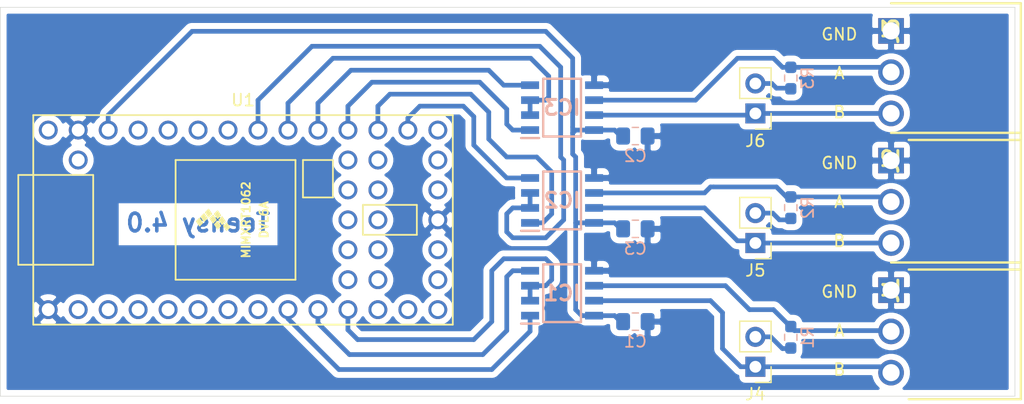
<source format=kicad_pcb>
(kicad_pcb (version 20171130) (host pcbnew "(5.1.10-1-10_14)")

  (general
    (thickness 1.6)
    (drawings 14)
    (tracks 143)
    (zones 0)
    (modules 16)
    (nets 52)
  )

  (page A4)
  (layers
    (0 F.Cu signal)
    (31 B.Cu signal)
    (32 B.Adhes user)
    (33 F.Adhes user)
    (34 B.Paste user)
    (35 F.Paste user)
    (36 B.SilkS user)
    (37 F.SilkS user)
    (38 B.Mask user)
    (39 F.Mask user)
    (40 Dwgs.User user)
    (41 Cmts.User user)
    (42 Eco1.User user)
    (43 Eco2.User user)
    (44 Edge.Cuts user)
    (45 Margin user)
    (46 B.CrtYd user)
    (47 F.CrtYd user)
    (48 B.Fab user)
    (49 F.Fab user)
  )

  (setup
    (last_trace_width 0.4)
    (trace_clearance 0.2)
    (zone_clearance 0.508)
    (zone_45_only no)
    (trace_min 0.2)
    (via_size 0.8)
    (via_drill 0.4)
    (via_min_size 0.4)
    (via_min_drill 0.3)
    (uvia_size 0.3)
    (uvia_drill 0.1)
    (uvias_allowed no)
    (uvia_min_size 0.2)
    (uvia_min_drill 0.1)
    (edge_width 0.05)
    (segment_width 0.2)
    (pcb_text_width 0.3)
    (pcb_text_size 1.5 1.5)
    (mod_edge_width 0.12)
    (mod_text_size 1 1)
    (mod_text_width 0.15)
    (pad_size 1.524 1.524)
    (pad_drill 0.762)
    (pad_to_mask_clearance 0)
    (aux_axis_origin 0 0)
    (grid_origin 39.52 63.152)
    (visible_elements FFFFFF7F)
    (pcbplotparams
      (layerselection 0x010fc_ffffffff)
      (usegerberextensions false)
      (usegerberattributes true)
      (usegerberadvancedattributes true)
      (creategerberjobfile true)
      (excludeedgelayer true)
      (linewidth 0.100000)
      (plotframeref false)
      (viasonmask false)
      (mode 1)
      (useauxorigin false)
      (hpglpennumber 1)
      (hpglpenspeed 20)
      (hpglpendiameter 15.000000)
      (psnegative false)
      (psa4output false)
      (plotreference true)
      (plotvalue true)
      (plotinvisibletext false)
      (padsonsilk false)
      (subtractmaskfromsilk false)
      (outputformat 1)
      (mirror false)
      (drillshape 1)
      (scaleselection 1)
      (outputdirectory ""))
  )

  (net 0 "")
  (net 1 "Net-(U1-Pad44)")
  (net 2 "Net-(U1-Pad43)")
  (net 3 "Net-(U1-Pad42)")
  (net 4 "Net-(U1-Pad41)")
  (net 5 "Net-(U1-Pad40)")
  (net 6 "Net-(U1-Pad39)")
  (net 7 "Net-(U1-Pad38)")
  (net 8 "Net-(U1-Pad37)")
  (net 9 "Net-(U1-Pad36)")
  (net 10 "Net-(U1-Pad35)")
  (net 11 "Net-(U1-Pad2)")
  (net 12 "Net-(U1-Pad3)")
  (net 13 "Net-(U1-Pad4)")
  (net 14 "Net-(U1-Pad5)")
  (net 15 "Net-(U1-Pad6)")
  (net 16 "Net-(U1-Pad7)")
  (net 17 "Net-(U1-Pad8)")
  (net 18 "Net-(U1-Pad12)")
  (net 19 "Net-(U1-Pad13)")
  (net 20 "Net-(U1-Pad34)")
  (net 21 "Net-(U1-Pad33)")
  (net 22 "Net-(U1-Pad30)")
  (net 23 "Net-(U1-Pad29)")
  (net 24 "Net-(U1-Pad28)")
  (net 25 "Net-(U1-Pad27)")
  (net 26 "Net-(U1-Pad14)")
  (net 27 "Net-(U1-Pad15)")
  (net 28 "Net-(U1-Pad16)")
  (net 29 "Net-(U1-Pad20)")
  (net 30 "Net-(U1-Pad19)")
  (net 31 "Net-(U1-Pad18)")
  (net 32 +3V3)
  (net 33 GND)
  (net 34 TXEN2)
  (net 35 RO2)
  (net 36 DI3)
  (net 37 TXEN3)
  (net 38 RO3)
  (net 39 DI4)
  (net 40 TXEN4)
  (net 41 RO4)
  (net 42 DI2)
  (net 43 /B2)
  (net 44 /A2)
  (net 45 /B3)
  (net 46 /A3)
  (net 47 /B4)
  (net 48 /A4)
  (net 49 "Net-(J4-Pad2)")
  (net 50 "Net-(J5-Pad2)")
  (net 51 "Net-(J6-Pad2)")

  (net_class Default "This is the default net class."
    (clearance 0.2)
    (trace_width 0.4)
    (via_dia 0.8)
    (via_drill 0.4)
    (uvia_dia 0.3)
    (uvia_drill 0.1)
    (add_net +3V3)
    (add_net /A2)
    (add_net /A3)
    (add_net /A4)
    (add_net /B2)
    (add_net /B3)
    (add_net /B4)
    (add_net DI2)
    (add_net DI3)
    (add_net DI4)
    (add_net GND)
    (add_net "Net-(J4-Pad2)")
    (add_net "Net-(J5-Pad2)")
    (add_net "Net-(J6-Pad2)")
    (add_net "Net-(U1-Pad12)")
    (add_net "Net-(U1-Pad13)")
    (add_net "Net-(U1-Pad14)")
    (add_net "Net-(U1-Pad15)")
    (add_net "Net-(U1-Pad16)")
    (add_net "Net-(U1-Pad18)")
    (add_net "Net-(U1-Pad19)")
    (add_net "Net-(U1-Pad2)")
    (add_net "Net-(U1-Pad20)")
    (add_net "Net-(U1-Pad27)")
    (add_net "Net-(U1-Pad28)")
    (add_net "Net-(U1-Pad29)")
    (add_net "Net-(U1-Pad3)")
    (add_net "Net-(U1-Pad30)")
    (add_net "Net-(U1-Pad33)")
    (add_net "Net-(U1-Pad34)")
    (add_net "Net-(U1-Pad35)")
    (add_net "Net-(U1-Pad36)")
    (add_net "Net-(U1-Pad37)")
    (add_net "Net-(U1-Pad38)")
    (add_net "Net-(U1-Pad39)")
    (add_net "Net-(U1-Pad4)")
    (add_net "Net-(U1-Pad40)")
    (add_net "Net-(U1-Pad41)")
    (add_net "Net-(U1-Pad42)")
    (add_net "Net-(U1-Pad43)")
    (add_net "Net-(U1-Pad44)")
    (add_net "Net-(U1-Pad5)")
    (add_net "Net-(U1-Pad6)")
    (add_net "Net-(U1-Pad7)")
    (add_net "Net-(U1-Pad8)")
    (add_net RO2)
    (add_net RO3)
    (add_net RO4)
    (add_net TXEN2)
    (add_net TXEN3)
    (add_net TXEN4)
  )

  (module Capacitor_SMD:C_0805_2012Metric_Pad1.18x1.45mm_HandSolder (layer B.Cu) (tedit 5F68FEEF) (tstamp 6173E87B)
    (at 93.3465 81.948)
    (descr "Capacitor SMD 0805 (2012 Metric), square (rectangular) end terminal, IPC_7351 nominal with elongated pad for handsoldering. (Body size source: IPC-SM-782 page 76, https://www.pcb-3d.com/wordpress/wp-content/uploads/ipc-sm-782a_amendment_1_and_2.pdf, https://docs.google.com/spreadsheets/d/1BsfQQcO9C6DZCsRaXUlFlo91Tg2WpOkGARC1WS5S8t0/edit?usp=sharing), generated with kicad-footprint-generator")
    (tags "capacitor handsolder")
    (path /617B041A)
    (attr smd)
    (fp_text reference C3 (at 0 1.68) (layer B.SilkS)
      (effects (font (size 1 1) (thickness 0.15)) (justify mirror))
    )
    (fp_text value 0.1uF (at 0 -1.68) (layer B.Fab)
      (effects (font (size 1 1) (thickness 0.15)) (justify mirror))
    )
    (fp_text user %R (at 0 0) (layer B.Fab)
      (effects (font (size 0.5 0.5) (thickness 0.08)) (justify mirror))
    )
    (fp_line (start -1 -0.625) (end -1 0.625) (layer B.Fab) (width 0.1))
    (fp_line (start -1 0.625) (end 1 0.625) (layer B.Fab) (width 0.1))
    (fp_line (start 1 0.625) (end 1 -0.625) (layer B.Fab) (width 0.1))
    (fp_line (start 1 -0.625) (end -1 -0.625) (layer B.Fab) (width 0.1))
    (fp_line (start -0.261252 0.735) (end 0.261252 0.735) (layer B.SilkS) (width 0.12))
    (fp_line (start -0.261252 -0.735) (end 0.261252 -0.735) (layer B.SilkS) (width 0.12))
    (fp_line (start -1.88 -0.98) (end -1.88 0.98) (layer B.CrtYd) (width 0.05))
    (fp_line (start -1.88 0.98) (end 1.88 0.98) (layer B.CrtYd) (width 0.05))
    (fp_line (start 1.88 0.98) (end 1.88 -0.98) (layer B.CrtYd) (width 0.05))
    (fp_line (start 1.88 -0.98) (end -1.88 -0.98) (layer B.CrtYd) (width 0.05))
    (pad 2 smd roundrect (at 1.0375 0) (size 1.175 1.45) (layers B.Cu B.Paste B.Mask) (roundrect_rratio 0.212766)
      (net 33 GND))
    (pad 1 smd roundrect (at -1.0375 0) (size 1.175 1.45) (layers B.Cu B.Paste B.Mask) (roundrect_rratio 0.212766)
      (net 32 +3V3))
    (model ${KISYS3DMOD}/Capacitor_SMD.3dshapes/C_0805_2012Metric.wrl
      (at (xyz 0 0 0))
      (scale (xyz 1 1 1))
      (rotate (xyz 0 0 0))
    )
  )

  (module Capacitor_SMD:C_0805_2012Metric_Pad1.18x1.45mm_HandSolder (layer B.Cu) (tedit 5F68FEEF) (tstamp 6173E8AB)
    (at 93.3465 74.074)
    (descr "Capacitor SMD 0805 (2012 Metric), square (rectangular) end terminal, IPC_7351 nominal with elongated pad for handsoldering. (Body size source: IPC-SM-782 page 76, https://www.pcb-3d.com/wordpress/wp-content/uploads/ipc-sm-782a_amendment_1_and_2.pdf, https://docs.google.com/spreadsheets/d/1BsfQQcO9C6DZCsRaXUlFlo91Tg2WpOkGARC1WS5S8t0/edit?usp=sharing), generated with kicad-footprint-generator")
    (tags "capacitor handsolder")
    (path /617ACAEC)
    (attr smd)
    (fp_text reference C2 (at 0 1.68) (layer B.SilkS)
      (effects (font (size 1 1) (thickness 0.15)) (justify mirror))
    )
    (fp_text value 0.1uF (at 0 -1.68) (layer B.Fab)
      (effects (font (size 1 1) (thickness 0.15)) (justify mirror))
    )
    (fp_text user %R (at 0 0) (layer B.Fab)
      (effects (font (size 0.5 0.5) (thickness 0.08)) (justify mirror))
    )
    (fp_line (start -1 -0.625) (end -1 0.625) (layer B.Fab) (width 0.1))
    (fp_line (start -1 0.625) (end 1 0.625) (layer B.Fab) (width 0.1))
    (fp_line (start 1 0.625) (end 1 -0.625) (layer B.Fab) (width 0.1))
    (fp_line (start 1 -0.625) (end -1 -0.625) (layer B.Fab) (width 0.1))
    (fp_line (start -0.261252 0.735) (end 0.261252 0.735) (layer B.SilkS) (width 0.12))
    (fp_line (start -0.261252 -0.735) (end 0.261252 -0.735) (layer B.SilkS) (width 0.12))
    (fp_line (start -1.88 -0.98) (end -1.88 0.98) (layer B.CrtYd) (width 0.05))
    (fp_line (start -1.88 0.98) (end 1.88 0.98) (layer B.CrtYd) (width 0.05))
    (fp_line (start 1.88 0.98) (end 1.88 -0.98) (layer B.CrtYd) (width 0.05))
    (fp_line (start 1.88 -0.98) (end -1.88 -0.98) (layer B.CrtYd) (width 0.05))
    (pad 2 smd roundrect (at 1.0375 0) (size 1.175 1.45) (layers B.Cu B.Paste B.Mask) (roundrect_rratio 0.212766)
      (net 33 GND))
    (pad 1 smd roundrect (at -1.0375 0) (size 1.175 1.45) (layers B.Cu B.Paste B.Mask) (roundrect_rratio 0.212766)
      (net 32 +3V3))
    (model ${KISYS3DMOD}/Capacitor_SMD.3dshapes/C_0805_2012Metric.wrl
      (at (xyz 0 0 0))
      (scale (xyz 1 1 1))
      (rotate (xyz 0 0 0))
    )
  )

  (module Capacitor_SMD:C_0805_2012Metric_Pad1.18x1.45mm_HandSolder (layer B.Cu) (tedit 5F68FEEF) (tstamp 6173E9C6)
    (at 93.3465 89.822)
    (descr "Capacitor SMD 0805 (2012 Metric), square (rectangular) end terminal, IPC_7351 nominal with elongated pad for handsoldering. (Body size source: IPC-SM-782 page 76, https://www.pcb-3d.com/wordpress/wp-content/uploads/ipc-sm-782a_amendment_1_and_2.pdf, https://docs.google.com/spreadsheets/d/1BsfQQcO9C6DZCsRaXUlFlo91Tg2WpOkGARC1WS5S8t0/edit?usp=sharing), generated with kicad-footprint-generator")
    (tags "capacitor handsolder")
    (path /617A7D5B)
    (attr smd)
    (fp_text reference C1 (at 0 1.68) (layer B.SilkS)
      (effects (font (size 1 1) (thickness 0.15)) (justify mirror))
    )
    (fp_text value 0.1uF (at 0 -1.68) (layer B.Fab)
      (effects (font (size 1 1) (thickness 0.15)) (justify mirror))
    )
    (fp_text user %R (at 0 0) (layer B.Fab)
      (effects (font (size 0.5 0.5) (thickness 0.08)) (justify mirror))
    )
    (fp_line (start -1 -0.625) (end -1 0.625) (layer B.Fab) (width 0.1))
    (fp_line (start -1 0.625) (end 1 0.625) (layer B.Fab) (width 0.1))
    (fp_line (start 1 0.625) (end 1 -0.625) (layer B.Fab) (width 0.1))
    (fp_line (start 1 -0.625) (end -1 -0.625) (layer B.Fab) (width 0.1))
    (fp_line (start -0.261252 0.735) (end 0.261252 0.735) (layer B.SilkS) (width 0.12))
    (fp_line (start -0.261252 -0.735) (end 0.261252 -0.735) (layer B.SilkS) (width 0.12))
    (fp_line (start -1.88 -0.98) (end -1.88 0.98) (layer B.CrtYd) (width 0.05))
    (fp_line (start -1.88 0.98) (end 1.88 0.98) (layer B.CrtYd) (width 0.05))
    (fp_line (start 1.88 0.98) (end 1.88 -0.98) (layer B.CrtYd) (width 0.05))
    (fp_line (start 1.88 -0.98) (end -1.88 -0.98) (layer B.CrtYd) (width 0.05))
    (pad 2 smd roundrect (at 1.0375 0) (size 1.175 1.45) (layers B.Cu B.Paste B.Mask) (roundrect_rratio 0.212766)
      (net 33 GND))
    (pad 1 smd roundrect (at -1.0375 0) (size 1.175 1.45) (layers B.Cu B.Paste B.Mask) (roundrect_rratio 0.212766)
      (net 32 +3V3))
    (model ${KISYS3DMOD}/Capacitor_SMD.3dshapes/C_0805_2012Metric.wrl
      (at (xyz 0 0 0))
      (scale (xyz 1 1 1))
      (rotate (xyz 0 0 0))
    )
  )

  (module SamacSys_Parts:SOIC127P600X175-8N (layer B.Cu) (tedit 0) (tstamp 6173E003)
    (at 87.136 87.409)
    (descr "(R-8)")
    (tags "Integrated Circuit")
    (path /6172FDBA)
    (attr smd)
    (fp_text reference IC1 (at 0 0) (layer B.SilkS)
      (effects (font (size 1.27 1.27) (thickness 0.254)) (justify mirror))
    )
    (fp_text value ADM3493ARZ (at 0 0) (layer B.SilkS) hide
      (effects (font (size 1.27 1.27) (thickness 0.254)) (justify mirror))
    )
    (fp_line (start -3.475 2.58) (end -1.95 2.58) (layer B.SilkS) (width 0.2))
    (fp_line (start -1.6 -2.45) (end -1.6 2.45) (layer B.SilkS) (width 0.2))
    (fp_line (start 1.6 -2.45) (end -1.6 -2.45) (layer B.SilkS) (width 0.2))
    (fp_line (start 1.6 2.45) (end 1.6 -2.45) (layer B.SilkS) (width 0.2))
    (fp_line (start -1.6 2.45) (end 1.6 2.45) (layer B.SilkS) (width 0.2))
    (fp_line (start -1.95 1.18) (end -0.68 2.45) (layer B.Fab) (width 0.1))
    (fp_line (start -1.95 -2.45) (end -1.95 2.45) (layer B.Fab) (width 0.1))
    (fp_line (start 1.95 -2.45) (end -1.95 -2.45) (layer B.Fab) (width 0.1))
    (fp_line (start 1.95 2.45) (end 1.95 -2.45) (layer B.Fab) (width 0.1))
    (fp_line (start -1.95 2.45) (end 1.95 2.45) (layer B.Fab) (width 0.1))
    (fp_line (start -3.725 -2.75) (end -3.725 2.75) (layer B.CrtYd) (width 0.05))
    (fp_line (start 3.725 -2.75) (end -3.725 -2.75) (layer B.CrtYd) (width 0.05))
    (fp_line (start 3.725 2.75) (end 3.725 -2.75) (layer B.CrtYd) (width 0.05))
    (fp_line (start -3.725 2.75) (end 3.725 2.75) (layer B.CrtYd) (width 0.05))
    (fp_text user %R (at 0 0) (layer B.Fab)
      (effects (font (size 1.27 1.27) (thickness 0.254)) (justify mirror))
    )
    (pad 8 smd rect (at 2.712 1.905 270) (size 0.65 1.525) (layers B.Cu B.Paste B.Mask)
      (net 32 +3V3))
    (pad 7 smd rect (at 2.712 0.635 270) (size 0.65 1.525) (layers B.Cu B.Paste B.Mask)
      (net 43 /B2))
    (pad 6 smd rect (at 2.712 -0.635 270) (size 0.65 1.525) (layers B.Cu B.Paste B.Mask)
      (net 44 /A2))
    (pad 5 smd rect (at 2.712 -1.905 270) (size 0.65 1.525) (layers B.Cu B.Paste B.Mask)
      (net 33 GND))
    (pad 4 smd rect (at -2.712 -1.905 270) (size 0.65 1.525) (layers B.Cu B.Paste B.Mask)
      (net 42 DI2))
    (pad 3 smd rect (at -2.712 -0.635 270) (size 0.65 1.525) (layers B.Cu B.Paste B.Mask)
      (net 34 TXEN2))
    (pad 2 smd rect (at -2.712 0.635 270) (size 0.65 1.525) (layers B.Cu B.Paste B.Mask)
      (net 34 TXEN2))
    (pad 1 smd rect (at -2.712 1.905 270) (size 0.65 1.525) (layers B.Cu B.Paste B.Mask)
      (net 35 RO2))
  )

  (module Resistor_SMD:R_0603_1608Metric_Pad0.98x0.95mm_HandSolder (layer B.Cu) (tedit 5F68FEEE) (tstamp 6173A878)
    (at 106.52 69.152 90)
    (descr "Resistor SMD 0603 (1608 Metric), square (rectangular) end terminal, IPC_7351 nominal with elongated pad for handsoldering. (Body size source: IPC-SM-782 page 72, https://www.pcb-3d.com/wordpress/wp-content/uploads/ipc-sm-782a_amendment_1_and_2.pdf), generated with kicad-footprint-generator")
    (tags "resistor handsolder")
    (path /61749B66)
    (attr smd)
    (fp_text reference R3 (at 0 1.43 270) (layer B.SilkS)
      (effects (font (size 1 1) (thickness 0.15)) (justify mirror))
    )
    (fp_text value 120 (at 0 -1.43 270) (layer B.Fab)
      (effects (font (size 1 1) (thickness 0.15)) (justify mirror))
    )
    (fp_text user %R (at 0 0 270) (layer B.Fab)
      (effects (font (size 0.4 0.4) (thickness 0.06)) (justify mirror))
    )
    (fp_line (start -0.8 -0.4125) (end -0.8 0.4125) (layer B.Fab) (width 0.1))
    (fp_line (start -0.8 0.4125) (end 0.8 0.4125) (layer B.Fab) (width 0.1))
    (fp_line (start 0.8 0.4125) (end 0.8 -0.4125) (layer B.Fab) (width 0.1))
    (fp_line (start 0.8 -0.4125) (end -0.8 -0.4125) (layer B.Fab) (width 0.1))
    (fp_line (start -0.254724 0.5225) (end 0.254724 0.5225) (layer B.SilkS) (width 0.12))
    (fp_line (start -0.254724 -0.5225) (end 0.254724 -0.5225) (layer B.SilkS) (width 0.12))
    (fp_line (start -1.65 -0.73) (end -1.65 0.73) (layer B.CrtYd) (width 0.05))
    (fp_line (start -1.65 0.73) (end 1.65 0.73) (layer B.CrtYd) (width 0.05))
    (fp_line (start 1.65 0.73) (end 1.65 -0.73) (layer B.CrtYd) (width 0.05))
    (fp_line (start 1.65 -0.73) (end -1.65 -0.73) (layer B.CrtYd) (width 0.05))
    (pad 2 smd roundrect (at 0.9125 0 90) (size 0.975 0.95) (layers B.Cu B.Paste B.Mask) (roundrect_rratio 0.25)
      (net 48 /A4))
    (pad 1 smd roundrect (at -0.9125 0 90) (size 0.975 0.95) (layers B.Cu B.Paste B.Mask) (roundrect_rratio 0.25)
      (net 51 "Net-(J6-Pad2)"))
    (model ${KISYS3DMOD}/Resistor_SMD.3dshapes/R_0603_1608Metric.wrl
      (at (xyz 0 0 0))
      (scale (xyz 1 1 1))
      (rotate (xyz 0 0 0))
    )
  )

  (module Resistor_SMD:R_0603_1608Metric_Pad0.98x0.95mm_HandSolder (layer B.Cu) (tedit 5F68FEEE) (tstamp 6173A848)
    (at 106.52 80.152 90)
    (descr "Resistor SMD 0603 (1608 Metric), square (rectangular) end terminal, IPC_7351 nominal with elongated pad for handsoldering. (Body size source: IPC-SM-782 page 72, https://www.pcb-3d.com/wordpress/wp-content/uploads/ipc-sm-782a_amendment_1_and_2.pdf), generated with kicad-footprint-generator")
    (tags "resistor handsolder")
    (path /61749097)
    (attr smd)
    (fp_text reference R2 (at 0 1.43 270) (layer B.SilkS)
      (effects (font (size 1 1) (thickness 0.15)) (justify mirror))
    )
    (fp_text value 120 (at 0 -1.43 270) (layer B.Fab)
      (effects (font (size 1 1) (thickness 0.15)) (justify mirror))
    )
    (fp_text user %R (at 0 0 270) (layer B.Fab)
      (effects (font (size 0.4 0.4) (thickness 0.06)) (justify mirror))
    )
    (fp_line (start -0.8 -0.4125) (end -0.8 0.4125) (layer B.Fab) (width 0.1))
    (fp_line (start -0.8 0.4125) (end 0.8 0.4125) (layer B.Fab) (width 0.1))
    (fp_line (start 0.8 0.4125) (end 0.8 -0.4125) (layer B.Fab) (width 0.1))
    (fp_line (start 0.8 -0.4125) (end -0.8 -0.4125) (layer B.Fab) (width 0.1))
    (fp_line (start -0.254724 0.5225) (end 0.254724 0.5225) (layer B.SilkS) (width 0.12))
    (fp_line (start -0.254724 -0.5225) (end 0.254724 -0.5225) (layer B.SilkS) (width 0.12))
    (fp_line (start -1.65 -0.73) (end -1.65 0.73) (layer B.CrtYd) (width 0.05))
    (fp_line (start -1.65 0.73) (end 1.65 0.73) (layer B.CrtYd) (width 0.05))
    (fp_line (start 1.65 0.73) (end 1.65 -0.73) (layer B.CrtYd) (width 0.05))
    (fp_line (start 1.65 -0.73) (end -1.65 -0.73) (layer B.CrtYd) (width 0.05))
    (pad 2 smd roundrect (at 0.9125 0 90) (size 0.975 0.95) (layers B.Cu B.Paste B.Mask) (roundrect_rratio 0.25)
      (net 46 /A3))
    (pad 1 smd roundrect (at -0.9125 0 90) (size 0.975 0.95) (layers B.Cu B.Paste B.Mask) (roundrect_rratio 0.25)
      (net 50 "Net-(J5-Pad2)"))
    (model ${KISYS3DMOD}/Resistor_SMD.3dshapes/R_0603_1608Metric.wrl
      (at (xyz 0 0 0))
      (scale (xyz 1 1 1))
      (rotate (xyz 0 0 0))
    )
  )

  (module Resistor_SMD:R_0603_1608Metric_Pad0.98x0.95mm_HandSolder (layer B.Cu) (tedit 5F68FEEE) (tstamp 6173A8A8)
    (at 106.52 91.152 90)
    (descr "Resistor SMD 0603 (1608 Metric), square (rectangular) end terminal, IPC_7351 nominal with elongated pad for handsoldering. (Body size source: IPC-SM-782 page 72, https://www.pcb-3d.com/wordpress/wp-content/uploads/ipc-sm-782a_amendment_1_and_2.pdf), generated with kicad-footprint-generator")
    (tags "resistor handsolder")
    (path /61747ACB)
    (attr smd)
    (fp_text reference R1 (at 0 1.43 270) (layer B.SilkS)
      (effects (font (size 1 1) (thickness 0.15)) (justify mirror))
    )
    (fp_text value 120 (at 0 -1.43 270) (layer B.Fab)
      (effects (font (size 1 1) (thickness 0.15)) (justify mirror))
    )
    (fp_text user %R (at 0 0) (layer B.Fab)
      (effects (font (size 0.4 0.4) (thickness 0.06)) (justify mirror))
    )
    (fp_line (start -0.8 -0.4125) (end -0.8 0.4125) (layer B.Fab) (width 0.1))
    (fp_line (start -0.8 0.4125) (end 0.8 0.4125) (layer B.Fab) (width 0.1))
    (fp_line (start 0.8 0.4125) (end 0.8 -0.4125) (layer B.Fab) (width 0.1))
    (fp_line (start 0.8 -0.4125) (end -0.8 -0.4125) (layer B.Fab) (width 0.1))
    (fp_line (start -0.254724 0.5225) (end 0.254724 0.5225) (layer B.SilkS) (width 0.12))
    (fp_line (start -0.254724 -0.5225) (end 0.254724 -0.5225) (layer B.SilkS) (width 0.12))
    (fp_line (start -1.65 -0.73) (end -1.65 0.73) (layer B.CrtYd) (width 0.05))
    (fp_line (start -1.65 0.73) (end 1.65 0.73) (layer B.CrtYd) (width 0.05))
    (fp_line (start 1.65 0.73) (end 1.65 -0.73) (layer B.CrtYd) (width 0.05))
    (fp_line (start 1.65 -0.73) (end -1.65 -0.73) (layer B.CrtYd) (width 0.05))
    (pad 2 smd roundrect (at 0.9125 0 90) (size 0.975 0.95) (layers B.Cu B.Paste B.Mask) (roundrect_rratio 0.25)
      (net 44 /A2))
    (pad 1 smd roundrect (at -0.9125 0 90) (size 0.975 0.95) (layers B.Cu B.Paste B.Mask) (roundrect_rratio 0.25)
      (net 49 "Net-(J4-Pad2)"))
    (model ${KISYS3DMOD}/Resistor_SMD.3dshapes/R_0603_1608Metric.wrl
      (at (xyz 0 0 0))
      (scale (xyz 1 1 1))
      (rotate (xyz 0 0 0))
    )
  )

  (module Connector_PinHeader_2.54mm:PinHeader_1x02_P2.54mm_Vertical (layer F.Cu) (tedit 59FED5CC) (tstamp 6173A8DD)
    (at 103.52 72.152 180)
    (descr "Through hole straight pin header, 1x02, 2.54mm pitch, single row")
    (tags "Through hole pin header THT 1x02 2.54mm single row")
    (path /6174E2BC)
    (fp_text reference J6 (at 0 -2.33) (layer F.SilkS)
      (effects (font (size 1 1) (thickness 0.15)))
    )
    (fp_text value Conn_01x02_Male (at 0 4.87) (layer F.Fab)
      (effects (font (size 1 1) (thickness 0.15)))
    )
    (fp_text user %R (at 0 1.27 90) (layer F.Fab)
      (effects (font (size 1 1) (thickness 0.15)))
    )
    (fp_line (start -0.635 -1.27) (end 1.27 -1.27) (layer F.Fab) (width 0.1))
    (fp_line (start 1.27 -1.27) (end 1.27 3.81) (layer F.Fab) (width 0.1))
    (fp_line (start 1.27 3.81) (end -1.27 3.81) (layer F.Fab) (width 0.1))
    (fp_line (start -1.27 3.81) (end -1.27 -0.635) (layer F.Fab) (width 0.1))
    (fp_line (start -1.27 -0.635) (end -0.635 -1.27) (layer F.Fab) (width 0.1))
    (fp_line (start -1.33 3.87) (end 1.33 3.87) (layer F.SilkS) (width 0.12))
    (fp_line (start -1.33 1.27) (end -1.33 3.87) (layer F.SilkS) (width 0.12))
    (fp_line (start 1.33 1.27) (end 1.33 3.87) (layer F.SilkS) (width 0.12))
    (fp_line (start -1.33 1.27) (end 1.33 1.27) (layer F.SilkS) (width 0.12))
    (fp_line (start -1.33 0) (end -1.33 -1.33) (layer F.SilkS) (width 0.12))
    (fp_line (start -1.33 -1.33) (end 0 -1.33) (layer F.SilkS) (width 0.12))
    (fp_line (start -1.8 -1.8) (end -1.8 4.35) (layer F.CrtYd) (width 0.05))
    (fp_line (start -1.8 4.35) (end 1.8 4.35) (layer F.CrtYd) (width 0.05))
    (fp_line (start 1.8 4.35) (end 1.8 -1.8) (layer F.CrtYd) (width 0.05))
    (fp_line (start 1.8 -1.8) (end -1.8 -1.8) (layer F.CrtYd) (width 0.05))
    (pad 2 thru_hole oval (at 0 2.54 180) (size 1.7 1.7) (drill 1) (layers *.Cu *.Mask)
      (net 51 "Net-(J6-Pad2)"))
    (pad 1 thru_hole rect (at 0 0 180) (size 1.7 1.7) (drill 1) (layers *.Cu *.Mask)
      (net 47 /B4))
    (model ${KISYS3DMOD}/Connector_PinHeader_2.54mm.3dshapes/PinHeader_1x02_P2.54mm_Vertical.wrl
      (at (xyz 0 0 0))
      (scale (xyz 1 1 1))
      (rotate (xyz 0 0 0))
    )
  )

  (module Connector_PinHeader_2.54mm:PinHeader_1x02_P2.54mm_Vertical (layer F.Cu) (tedit 59FED5CC) (tstamp 6173A91C)
    (at 103.52 83.152 180)
    (descr "Through hole straight pin header, 1x02, 2.54mm pitch, single row")
    (tags "Through hole pin header THT 1x02 2.54mm single row")
    (path /6174DA0B)
    (fp_text reference J5 (at 0 -2.33) (layer F.SilkS)
      (effects (font (size 1 1) (thickness 0.15)))
    )
    (fp_text value Conn_01x02_Male (at 0 4.87) (layer F.Fab)
      (effects (font (size 1 1) (thickness 0.15)))
    )
    (fp_text user %R (at 0 1.27 90) (layer F.Fab)
      (effects (font (size 1 1) (thickness 0.15)))
    )
    (fp_line (start -0.635 -1.27) (end 1.27 -1.27) (layer F.Fab) (width 0.1))
    (fp_line (start 1.27 -1.27) (end 1.27 3.81) (layer F.Fab) (width 0.1))
    (fp_line (start 1.27 3.81) (end -1.27 3.81) (layer F.Fab) (width 0.1))
    (fp_line (start -1.27 3.81) (end -1.27 -0.635) (layer F.Fab) (width 0.1))
    (fp_line (start -1.27 -0.635) (end -0.635 -1.27) (layer F.Fab) (width 0.1))
    (fp_line (start -1.33 3.87) (end 1.33 3.87) (layer F.SilkS) (width 0.12))
    (fp_line (start -1.33 1.27) (end -1.33 3.87) (layer F.SilkS) (width 0.12))
    (fp_line (start 1.33 1.27) (end 1.33 3.87) (layer F.SilkS) (width 0.12))
    (fp_line (start -1.33 1.27) (end 1.33 1.27) (layer F.SilkS) (width 0.12))
    (fp_line (start -1.33 0) (end -1.33 -1.33) (layer F.SilkS) (width 0.12))
    (fp_line (start -1.33 -1.33) (end 0 -1.33) (layer F.SilkS) (width 0.12))
    (fp_line (start -1.8 -1.8) (end -1.8 4.35) (layer F.CrtYd) (width 0.05))
    (fp_line (start -1.8 4.35) (end 1.8 4.35) (layer F.CrtYd) (width 0.05))
    (fp_line (start 1.8 4.35) (end 1.8 -1.8) (layer F.CrtYd) (width 0.05))
    (fp_line (start 1.8 -1.8) (end -1.8 -1.8) (layer F.CrtYd) (width 0.05))
    (pad 2 thru_hole oval (at 0 2.54 180) (size 1.7 1.7) (drill 1) (layers *.Cu *.Mask)
      (net 50 "Net-(J5-Pad2)"))
    (pad 1 thru_hole rect (at 0 0 180) (size 1.7 1.7) (drill 1) (layers *.Cu *.Mask)
      (net 45 /B3))
    (model ${KISYS3DMOD}/Connector_PinHeader_2.54mm.3dshapes/PinHeader_1x02_P2.54mm_Vertical.wrl
      (at (xyz 0 0 0))
      (scale (xyz 1 1 1))
      (rotate (xyz 0 0 0))
    )
  )

  (module Connector_PinHeader_2.54mm:PinHeader_1x02_P2.54mm_Vertical (layer F.Cu) (tedit 59FED5CC) (tstamp 6173A0A3)
    (at 103.52 93.652 180)
    (descr "Through hole straight pin header, 1x02, 2.54mm pitch, single row")
    (tags "Through hole pin header THT 1x02 2.54mm single row")
    (path /6174C567)
    (fp_text reference J4 (at 0 -2.33) (layer F.SilkS)
      (effects (font (size 1 1) (thickness 0.15)))
    )
    (fp_text value Conn_01x02_Male (at 0 4.87) (layer F.Fab)
      (effects (font (size 1 1) (thickness 0.15)))
    )
    (fp_text user %R (at 0 1.27 90) (layer F.Fab)
      (effects (font (size 1 1) (thickness 0.15)))
    )
    (fp_line (start -0.635 -1.27) (end 1.27 -1.27) (layer F.Fab) (width 0.1))
    (fp_line (start 1.27 -1.27) (end 1.27 3.81) (layer F.Fab) (width 0.1))
    (fp_line (start 1.27 3.81) (end -1.27 3.81) (layer F.Fab) (width 0.1))
    (fp_line (start -1.27 3.81) (end -1.27 -0.635) (layer F.Fab) (width 0.1))
    (fp_line (start -1.27 -0.635) (end -0.635 -1.27) (layer F.Fab) (width 0.1))
    (fp_line (start -1.33 3.87) (end 1.33 3.87) (layer F.SilkS) (width 0.12))
    (fp_line (start -1.33 1.27) (end -1.33 3.87) (layer F.SilkS) (width 0.12))
    (fp_line (start 1.33 1.27) (end 1.33 3.87) (layer F.SilkS) (width 0.12))
    (fp_line (start -1.33 1.27) (end 1.33 1.27) (layer F.SilkS) (width 0.12))
    (fp_line (start -1.33 0) (end -1.33 -1.33) (layer F.SilkS) (width 0.12))
    (fp_line (start -1.33 -1.33) (end 0 -1.33) (layer F.SilkS) (width 0.12))
    (fp_line (start -1.8 -1.8) (end -1.8 4.35) (layer F.CrtYd) (width 0.05))
    (fp_line (start -1.8 4.35) (end 1.8 4.35) (layer F.CrtYd) (width 0.05))
    (fp_line (start 1.8 4.35) (end 1.8 -1.8) (layer F.CrtYd) (width 0.05))
    (fp_line (start 1.8 -1.8) (end -1.8 -1.8) (layer F.CrtYd) (width 0.05))
    (pad 2 thru_hole oval (at 0 2.54 180) (size 1.7 1.7) (drill 1) (layers *.Cu *.Mask)
      (net 49 "Net-(J4-Pad2)"))
    (pad 1 thru_hole rect (at 0 0 180) (size 1.7 1.7) (drill 1) (layers *.Cu *.Mask)
      (net 43 /B2))
    (model ${KISYS3DMOD}/Connector_PinHeader_2.54mm.3dshapes/PinHeader_1x02_P2.54mm_Vertical.wrl
      (at (xyz 0 0 0))
      (scale (xyz 1 1 1))
      (rotate (xyz 0 0 0))
    )
  )

  (module SamacSys_Parts:SHDRRA3W90P0X350_1X3_1110X920X691P (layer F.Cu) (tedit 0) (tstamp 61738B04)
    (at 115.02 65.152 270)
    (descr 2350514-3)
    (tags Connector)
    (path /61735E36)
    (fp_text reference J3 (at 0 0 90) (layer F.SilkS)
      (effects (font (size 1.27 1.27) (thickness 0.254)))
    )
    (fp_text value 2350514-3 (at 0 0 90) (layer F.SilkS) hide
      (effects (font (size 1.27 1.27) (thickness 0.254)))
    )
    (fp_text user %R (at 0 0 90) (layer F.Fab)
      (effects (font (size 1.27 1.27) (thickness 0.254)))
    )
    (fp_line (start -2.6 1.588) (end 9.5 1.588) (layer F.CrtYd) (width 0.05))
    (fp_line (start 9.5 1.588) (end 9.5 -11.25) (layer F.CrtYd) (width 0.05))
    (fp_line (start 9.5 -11.25) (end -2.6 -11.25) (layer F.CrtYd) (width 0.05))
    (fp_line (start -2.6 -11.25) (end -2.6 1.588) (layer F.CrtYd) (width 0.05))
    (fp_line (start -2.35 -1.5) (end -2.35 -11) (layer F.Fab) (width 0.1))
    (fp_line (start -2.35 -11) (end 9.25 -11) (layer F.Fab) (width 0.1))
    (fp_line (start 9.25 -11) (end 9.25 -1.5) (layer F.Fab) (width 0.1))
    (fp_line (start 9.25 -1.5) (end -2.35 -1.5) (layer F.Fab) (width 0.1))
    (fp_line (start -2.35 0) (end -2.35 -11) (layer F.SilkS) (width 0.2))
    (fp_line (start -2.35 -11) (end 9.25 -11) (layer F.SilkS) (width 0.2))
    (fp_line (start 9.25 -11) (end 9.25 -1.5) (layer F.SilkS) (width 0.2))
    (pad 3 thru_hole circle (at 7 0 270) (size 2.175 2.175) (drill 1.45) (layers *.Cu *.Mask)
      (net 47 /B4))
    (pad 2 thru_hole circle (at 3.5 0 270) (size 2.175 2.175) (drill 1.45) (layers *.Cu *.Mask)
      (net 48 /A4))
    (pad 1 thru_hole rect (at 0 0 270) (size 2.175 2.175) (drill 1.45) (layers *.Cu *.Mask)
      (net 33 GND))
  )

  (module SamacSys_Parts:SHDRRA3W90P0X350_1X3_1110X920X691P (layer F.Cu) (tedit 0) (tstamp 61738BCE)
    (at 115.02 76.152 270)
    (descr 2350514-3)
    (tags Connector)
    (path /61733C7F)
    (fp_text reference J2 (at 0 0 90) (layer F.SilkS)
      (effects (font (size 1.27 1.27) (thickness 0.254)))
    )
    (fp_text value 2350514-3 (at 0 0 90) (layer F.SilkS) hide
      (effects (font (size 1.27 1.27) (thickness 0.254)))
    )
    (fp_text user %R (at 0 0 90) (layer F.Fab)
      (effects (font (size 1.27 1.27) (thickness 0.254)))
    )
    (fp_line (start -2.6 1.588) (end 9.5 1.588) (layer F.CrtYd) (width 0.05))
    (fp_line (start 9.5 1.588) (end 9.5 -11.25) (layer F.CrtYd) (width 0.05))
    (fp_line (start 9.5 -11.25) (end -2.6 -11.25) (layer F.CrtYd) (width 0.05))
    (fp_line (start -2.6 -11.25) (end -2.6 1.588) (layer F.CrtYd) (width 0.05))
    (fp_line (start -2.35 -1.5) (end -2.35 -11) (layer F.Fab) (width 0.1))
    (fp_line (start -2.35 -11) (end 9.25 -11) (layer F.Fab) (width 0.1))
    (fp_line (start 9.25 -11) (end 9.25 -1.5) (layer F.Fab) (width 0.1))
    (fp_line (start 9.25 -1.5) (end -2.35 -1.5) (layer F.Fab) (width 0.1))
    (fp_line (start -2.35 0) (end -2.35 -11) (layer F.SilkS) (width 0.2))
    (fp_line (start -2.35 -11) (end 9.25 -11) (layer F.SilkS) (width 0.2))
    (fp_line (start 9.25 -11) (end 9.25 -1.5) (layer F.SilkS) (width 0.2))
    (pad 3 thru_hole circle (at 7 0 270) (size 2.175 2.175) (drill 1.45) (layers *.Cu *.Mask)
      (net 45 /B3))
    (pad 2 thru_hole circle (at 3.5 0 270) (size 2.175 2.175) (drill 1.45) (layers *.Cu *.Mask)
      (net 46 /A3))
    (pad 1 thru_hole rect (at 0 0 270) (size 2.175 2.175) (drill 1.45) (layers *.Cu *.Mask)
      (net 33 GND))
  )

  (module SamacSys_Parts:SHDRRA3W90P0X350_1X3_1110X920X691P (layer F.Cu) (tedit 0) (tstamp 617385A6)
    (at 115.02 87.152 270)
    (descr 2350514-3)
    (tags Connector)
    (path /61732FA2)
    (fp_text reference J1 (at 0 0 90) (layer F.SilkS)
      (effects (font (size 1.27 1.27) (thickness 0.254)))
    )
    (fp_text value 2350514-3 (at 0 0 90) (layer F.SilkS) hide
      (effects (font (size 1.27 1.27) (thickness 0.254)))
    )
    (fp_text user %R (at 0 0 90) (layer F.Fab)
      (effects (font (size 1.27 1.27) (thickness 0.254)))
    )
    (fp_line (start -2.6 1.588) (end 9.5 1.588) (layer F.CrtYd) (width 0.05))
    (fp_line (start 9.5 1.588) (end 9.5 -11.25) (layer F.CrtYd) (width 0.05))
    (fp_line (start 9.5 -11.25) (end -2.6 -11.25) (layer F.CrtYd) (width 0.05))
    (fp_line (start -2.6 -11.25) (end -2.6 1.588) (layer F.CrtYd) (width 0.05))
    (fp_line (start -2.35 -1.5) (end -2.35 -11) (layer F.Fab) (width 0.1))
    (fp_line (start -2.35 -11) (end 9.25 -11) (layer F.Fab) (width 0.1))
    (fp_line (start 9.25 -11) (end 9.25 -1.5) (layer F.Fab) (width 0.1))
    (fp_line (start 9.25 -1.5) (end -2.35 -1.5) (layer F.Fab) (width 0.1))
    (fp_line (start -2.35 0) (end -2.35 -11) (layer F.SilkS) (width 0.2))
    (fp_line (start -2.35 -11) (end 9.25 -11) (layer F.SilkS) (width 0.2))
    (fp_line (start 9.25 -11) (end 9.25 -1.5) (layer F.SilkS) (width 0.2))
    (pad 3 thru_hole circle (at 7 0 270) (size 2.175 2.175) (drill 1.45) (layers *.Cu *.Mask)
      (net 43 /B2))
    (pad 2 thru_hole circle (at 3.5 0 270) (size 2.175 2.175) (drill 1.45) (layers *.Cu *.Mask)
      (net 44 /A2))
    (pad 1 thru_hole rect (at 0 0 270) (size 2.175 2.175) (drill 1.45) (layers *.Cu *.Mask)
      (net 33 GND))
  )

  (module SamacSys_Parts:SOIC127P600X175-8N (layer B.Cu) (tedit 0) (tstamp 6173B34A)
    (at 87.136 71.661)
    (descr "(R-8)")
    (tags "Integrated Circuit")
    (path /61732A09)
    (attr smd)
    (fp_text reference IC3 (at 0 0) (layer B.SilkS)
      (effects (font (size 1.27 1.27) (thickness 0.254)) (justify mirror))
    )
    (fp_text value ADM3493ARZ (at 0 0) (layer B.SilkS) hide
      (effects (font (size 1.27 1.27) (thickness 0.254)) (justify mirror))
    )
    (fp_line (start -3.475 2.58) (end -1.95 2.58) (layer B.SilkS) (width 0.2))
    (fp_line (start -1.6 -2.45) (end -1.6 2.45) (layer B.SilkS) (width 0.2))
    (fp_line (start 1.6 -2.45) (end -1.6 -2.45) (layer B.SilkS) (width 0.2))
    (fp_line (start 1.6 2.45) (end 1.6 -2.45) (layer B.SilkS) (width 0.2))
    (fp_line (start -1.6 2.45) (end 1.6 2.45) (layer B.SilkS) (width 0.2))
    (fp_line (start -1.95 1.18) (end -0.68 2.45) (layer B.Fab) (width 0.1))
    (fp_line (start -1.95 -2.45) (end -1.95 2.45) (layer B.Fab) (width 0.1))
    (fp_line (start 1.95 -2.45) (end -1.95 -2.45) (layer B.Fab) (width 0.1))
    (fp_line (start 1.95 2.45) (end 1.95 -2.45) (layer B.Fab) (width 0.1))
    (fp_line (start -1.95 2.45) (end 1.95 2.45) (layer B.Fab) (width 0.1))
    (fp_line (start -3.725 -2.75) (end -3.725 2.75) (layer B.CrtYd) (width 0.05))
    (fp_line (start 3.725 -2.75) (end -3.725 -2.75) (layer B.CrtYd) (width 0.05))
    (fp_line (start 3.725 2.75) (end 3.725 -2.75) (layer B.CrtYd) (width 0.05))
    (fp_line (start -3.725 2.75) (end 3.725 2.75) (layer B.CrtYd) (width 0.05))
    (fp_text user %R (at 0 0) (layer B.Fab)
      (effects (font (size 1.27 1.27) (thickness 0.254)) (justify mirror))
    )
    (pad 8 smd rect (at 2.712 1.905 270) (size 0.65 1.525) (layers B.Cu B.Paste B.Mask)
      (net 32 +3V3))
    (pad 7 smd rect (at 2.712 0.635 270) (size 0.65 1.525) (layers B.Cu B.Paste B.Mask)
      (net 47 /B4))
    (pad 6 smd rect (at 2.712 -0.635 270) (size 0.65 1.525) (layers B.Cu B.Paste B.Mask)
      (net 48 /A4))
    (pad 5 smd rect (at 2.712 -1.905 270) (size 0.65 1.525) (layers B.Cu B.Paste B.Mask)
      (net 33 GND))
    (pad 4 smd rect (at -2.712 -1.905 270) (size 0.65 1.525) (layers B.Cu B.Paste B.Mask)
      (net 39 DI4))
    (pad 3 smd rect (at -2.712 -0.635 270) (size 0.65 1.525) (layers B.Cu B.Paste B.Mask)
      (net 40 TXEN4))
    (pad 2 smd rect (at -2.712 0.635 270) (size 0.65 1.525) (layers B.Cu B.Paste B.Mask)
      (net 40 TXEN4))
    (pad 1 smd rect (at -2.712 1.905 270) (size 0.65 1.525) (layers B.Cu B.Paste B.Mask)
      (net 41 RO4))
  )

  (module SamacSys_Parts:SOIC127P600X175-8N (layer B.Cu) (tedit 0) (tstamp 6173BAF8)
    (at 87.136 79.535)
    (descr "(R-8)")
    (tags "Integrated Circuit")
    (path /6173157E)
    (attr smd)
    (fp_text reference IC2 (at 0 0) (layer B.SilkS)
      (effects (font (size 1.27 1.27) (thickness 0.254)) (justify mirror))
    )
    (fp_text value ADM3493ARZ (at 0 0) (layer B.SilkS) hide
      (effects (font (size 1.27 1.27) (thickness 0.254)) (justify mirror))
    )
    (fp_line (start -3.475 2.58) (end -1.95 2.58) (layer B.SilkS) (width 0.2))
    (fp_line (start -1.6 -2.45) (end -1.6 2.45) (layer B.SilkS) (width 0.2))
    (fp_line (start 1.6 -2.45) (end -1.6 -2.45) (layer B.SilkS) (width 0.2))
    (fp_line (start 1.6 2.45) (end 1.6 -2.45) (layer B.SilkS) (width 0.2))
    (fp_line (start -1.6 2.45) (end 1.6 2.45) (layer B.SilkS) (width 0.2))
    (fp_line (start -1.95 1.18) (end -0.68 2.45) (layer B.Fab) (width 0.1))
    (fp_line (start -1.95 -2.45) (end -1.95 2.45) (layer B.Fab) (width 0.1))
    (fp_line (start 1.95 -2.45) (end -1.95 -2.45) (layer B.Fab) (width 0.1))
    (fp_line (start 1.95 2.45) (end 1.95 -2.45) (layer B.Fab) (width 0.1))
    (fp_line (start -1.95 2.45) (end 1.95 2.45) (layer B.Fab) (width 0.1))
    (fp_line (start -3.725 -2.75) (end -3.725 2.75) (layer B.CrtYd) (width 0.05))
    (fp_line (start 3.725 -2.75) (end -3.725 -2.75) (layer B.CrtYd) (width 0.05))
    (fp_line (start 3.725 2.75) (end 3.725 -2.75) (layer B.CrtYd) (width 0.05))
    (fp_line (start -3.725 2.75) (end 3.725 2.75) (layer B.CrtYd) (width 0.05))
    (fp_text user %R (at 0 0) (layer B.Fab)
      (effects (font (size 1.27 1.27) (thickness 0.254)) (justify mirror))
    )
    (pad 8 smd rect (at 2.712 1.905 270) (size 0.65 1.525) (layers B.Cu B.Paste B.Mask)
      (net 32 +3V3))
    (pad 7 smd rect (at 2.712 0.635 270) (size 0.65 1.525) (layers B.Cu B.Paste B.Mask)
      (net 45 /B3))
    (pad 6 smd rect (at 2.712 -0.635 270) (size 0.65 1.525) (layers B.Cu B.Paste B.Mask)
      (net 46 /A3))
    (pad 5 smd rect (at 2.712 -1.905 270) (size 0.65 1.525) (layers B.Cu B.Paste B.Mask)
      (net 33 GND))
    (pad 4 smd rect (at -2.712 -1.905 270) (size 0.65 1.525) (layers B.Cu B.Paste B.Mask)
      (net 36 DI3))
    (pad 3 smd rect (at -2.712 -0.635 270) (size 0.65 1.525) (layers B.Cu B.Paste B.Mask)
      (net 37 TXEN3))
    (pad 2 smd rect (at -2.712 0.635 270) (size 0.65 1.525) (layers B.Cu B.Paste B.Mask)
      (net 37 TXEN3))
    (pad 1 smd rect (at -2.712 1.905 270) (size 0.65 1.525) (layers B.Cu B.Paste B.Mask)
      (net 38 RO3))
  )

  (module Teensy:Teensy40 (layer F.Cu) (tedit 5E188217) (tstamp 6173D008)
    (at 60.094 81.186)
    (path /6172AFDB)
    (fp_text reference U1 (at 0 -10.16) (layer F.SilkS)
      (effects (font (size 1 1) (thickness 0.15)))
    )
    (fp_text value Teensy4.0 (at 0 10.16) (layer F.Fab)
      (effects (font (size 1 1) (thickness 0.15)))
    )
    (fp_line (start -17.78 3.81) (end -19.05 3.81) (layer F.SilkS) (width 0.15))
    (fp_line (start -19.05 3.81) (end -19.05 -3.81) (layer F.SilkS) (width 0.15))
    (fp_line (start -19.05 -3.81) (end -17.78 -3.81) (layer F.SilkS) (width 0.15))
    (fp_line (start -12.7 3.81) (end -12.7 -3.81) (layer F.SilkS) (width 0.15))
    (fp_line (start -12.7 -3.81) (end -17.78 -3.81) (layer F.SilkS) (width 0.15))
    (fp_line (start -12.7 3.81) (end -17.78 3.81) (layer F.SilkS) (width 0.15))
    (fp_line (start 14.732 -1.27) (end 14.732 1.27) (layer F.SilkS) (width 0.15))
    (fp_line (start 14.732 1.27) (end 10.16 1.27) (layer F.SilkS) (width 0.15))
    (fp_line (start 10.16 1.27) (end 10.16 -1.27) (layer F.SilkS) (width 0.15))
    (fp_line (start 10.16 -1.27) (end 14.732 -1.27) (layer F.SilkS) (width 0.15))
    (fp_line (start 4.445 5.08) (end 4.445 -5.08) (layer F.SilkS) (width 0.15))
    (fp_line (start -5.715 -5.08) (end -5.715 5.08) (layer F.SilkS) (width 0.15))
    (fp_line (start 4.445 -5.08) (end -5.715 -5.08) (layer F.SilkS) (width 0.15))
    (fp_line (start 4.445 5.08) (end -5.715 5.08) (layer F.SilkS) (width 0.15))
    (fp_line (start -17.78 -8.89) (end 17.78 -8.89) (layer F.SilkS) (width 0.15))
    (fp_line (start 17.78 -8.89) (end 17.78 8.89) (layer F.SilkS) (width 0.15))
    (fp_line (start 17.78 8.89) (end -17.78 8.89) (layer F.SilkS) (width 0.15))
    (fp_line (start -17.78 8.89) (end -17.78 -8.89) (layer F.SilkS) (width 0.15))
    (fp_line (start 5.08 -5.08) (end 7.62 -5.08) (layer F.SilkS) (width 0.15))
    (fp_line (start 7.62 -5.08) (end 7.62 -1.905) (layer F.SilkS) (width 0.15))
    (fp_line (start 7.62 -1.905) (end 5.08 -1.905) (layer F.SilkS) (width 0.15))
    (fp_line (start 5.08 -1.905) (end 5.08 -5.08) (layer F.SilkS) (width 0.15))
    (fp_poly (pts (xy -3.175 -0.635) (xy -2.921 -0.889) (xy -2.667 -0.508) (xy -2.921 -0.254)) (layer F.SilkS) (width 0.1))
    (fp_poly (pts (xy -2.794 -0.127) (xy -2.54 -0.381) (xy -2.286 0) (xy -2.54 0.254)) (layer F.SilkS) (width 0.1))
    (fp_poly (pts (xy -2.413 0.381) (xy -2.159 0.127) (xy -1.905 0.508) (xy -2.159 0.762)) (layer F.SilkS) (width 0.1))
    (fp_poly (pts (xy -2.413 -0.508) (xy -2.159 -0.762) (xy -1.905 -0.381) (xy -2.159 -0.127)) (layer F.SilkS) (width 0.1))
    (fp_poly (pts (xy -2.032 0) (xy -1.778 -0.254) (xy -1.524 0.127) (xy -1.778 0.381)) (layer F.SilkS) (width 0.1))
    (fp_poly (pts (xy -1.651 0.508) (xy -1.397 0.254) (xy -1.143 0.635) (xy -1.397 0.889)) (layer F.SilkS) (width 0.1))
    (fp_poly (pts (xy -3.556 -0.254) (xy -3.302 -0.508) (xy -3.048 -0.127) (xy -3.302 0.127)) (layer F.SilkS) (width 0.1))
    (fp_poly (pts (xy -3.937 0.127) (xy -3.683 -0.127) (xy -3.429 0.254) (xy -3.683 0.508)) (layer F.SilkS) (width 0.1))
    (fp_text user DVL6A (at 1.778 0 90) (layer F.SilkS)
      (effects (font (size 0.7 0.7) (thickness 0.15)))
    )
    (fp_text user MIMXRT1062 (at 0.254 0 90) (layer F.SilkS)
      (effects (font (size 0.7 0.7) (thickness 0.15)))
    )
    (pad 44 thru_hole circle (at 8.89 5.08) (size 1.6 1.6) (drill 1.1) (layers *.Cu *.Mask)
      (net 1 "Net-(U1-Pad44)"))
    (pad 43 thru_hole circle (at 11.43 5.08) (size 1.6 1.6) (drill 1.1) (layers *.Cu *.Mask)
      (net 2 "Net-(U1-Pad43)"))
    (pad 42 thru_hole circle (at 8.89 2.54) (size 1.6 1.6) (drill 1.1) (layers *.Cu *.Mask)
      (net 3 "Net-(U1-Pad42)"))
    (pad 41 thru_hole circle (at 11.43 2.54) (size 1.6 1.6) (drill 1.1) (layers *.Cu *.Mask)
      (net 4 "Net-(U1-Pad41)"))
    (pad 40 thru_hole circle (at 8.89 0) (size 1.6 1.6) (drill 1.1) (layers *.Cu *.Mask)
      (net 5 "Net-(U1-Pad40)"))
    (pad 39 thru_hole circle (at 11.43 0) (size 1.6 1.6) (drill 1.1) (layers *.Cu *.Mask)
      (net 6 "Net-(U1-Pad39)"))
    (pad 38 thru_hole circle (at 8.89 -2.54) (size 1.6 1.6) (drill 1.1) (layers *.Cu *.Mask)
      (net 7 "Net-(U1-Pad38)"))
    (pad 37 thru_hole circle (at 11.43 -2.54) (size 1.6 1.6) (drill 1.1) (layers *.Cu *.Mask)
      (net 8 "Net-(U1-Pad37)"))
    (pad 36 thru_hole circle (at 8.89 -5.08) (size 1.6 1.6) (drill 1.1) (layers *.Cu *.Mask)
      (net 9 "Net-(U1-Pad36)"))
    (pad 35 thru_hole circle (at 11.43 -5.08) (size 1.6 1.6) (drill 1.1) (layers *.Cu *.Mask)
      (net 10 "Net-(U1-Pad35)"))
    (pad 1 thru_hole circle (at -16.51 7.62) (size 1.6 1.6) (drill 1.1) (layers *.Cu *.Mask)
      (net 33 GND))
    (pad 2 thru_hole circle (at -13.97 7.62) (size 1.6 1.6) (drill 1.1) (layers *.Cu *.Mask)
      (net 11 "Net-(U1-Pad2)"))
    (pad 3 thru_hole circle (at -11.43 7.62) (size 1.6 1.6) (drill 1.1) (layers *.Cu *.Mask)
      (net 12 "Net-(U1-Pad3)"))
    (pad 4 thru_hole circle (at -8.89 7.62) (size 1.6 1.6) (drill 1.1) (layers *.Cu *.Mask)
      (net 13 "Net-(U1-Pad4)"))
    (pad 5 thru_hole circle (at -6.35 7.62) (size 1.6 1.6) (drill 1.1) (layers *.Cu *.Mask)
      (net 14 "Net-(U1-Pad5)"))
    (pad 6 thru_hole circle (at -3.81 7.62) (size 1.6 1.6) (drill 1.1) (layers *.Cu *.Mask)
      (net 15 "Net-(U1-Pad6)"))
    (pad 7 thru_hole circle (at -1.27 7.62) (size 1.6 1.6) (drill 1.1) (layers *.Cu *.Mask)
      (net 16 "Net-(U1-Pad7)"))
    (pad 8 thru_hole circle (at 1.27 7.62) (size 1.6 1.6) (drill 1.1) (layers *.Cu *.Mask)
      (net 17 "Net-(U1-Pad8)"))
    (pad 9 thru_hole circle (at 3.81 7.62) (size 1.6 1.6) (drill 1.1) (layers *.Cu *.Mask)
      (net 35 RO2))
    (pad 10 thru_hole circle (at 6.35 7.62) (size 1.6 1.6) (drill 1.1) (layers *.Cu *.Mask)
      (net 42 DI2))
    (pad 11 thru_hole circle (at 8.89 7.62) (size 1.6 1.6) (drill 1.1) (layers *.Cu *.Mask)
      (net 34 TXEN2))
    (pad 12 thru_hole circle (at 11.43 7.62) (size 1.6 1.6) (drill 1.1) (layers *.Cu *.Mask)
      (net 18 "Net-(U1-Pad12)"))
    (pad 13 thru_hole circle (at 13.97 7.62) (size 1.6 1.6) (drill 1.1) (layers *.Cu *.Mask)
      (net 19 "Net-(U1-Pad13)"))
    (pad 34 thru_hole circle (at -13.97 -5.08) (size 1.6 1.6) (drill 1.1) (layers *.Cu *.Mask)
      (net 20 "Net-(U1-Pad34)"))
    (pad 33 thru_hole circle (at -16.51 -7.62) (size 1.6 1.6) (drill 1.1) (layers *.Cu *.Mask)
      (net 21 "Net-(U1-Pad33)"))
    (pad 32 thru_hole circle (at -13.97 -7.62) (size 1.6 1.6) (drill 1.1) (layers *.Cu *.Mask)
      (net 33 GND))
    (pad 31 thru_hole circle (at -11.43 -7.62) (size 1.6 1.6) (drill 1.1) (layers *.Cu *.Mask)
      (net 32 +3V3))
    (pad 30 thru_hole circle (at -8.89 -7.62) (size 1.6 1.6) (drill 1.1) (layers *.Cu *.Mask)
      (net 22 "Net-(U1-Pad30)"))
    (pad 29 thru_hole circle (at -6.35 -7.62) (size 1.6 1.6) (drill 1.1) (layers *.Cu *.Mask)
      (net 23 "Net-(U1-Pad29)"))
    (pad 28 thru_hole circle (at -3.81 -7.62) (size 1.6 1.6) (drill 1.1) (layers *.Cu *.Mask)
      (net 24 "Net-(U1-Pad28)"))
    (pad 27 thru_hole circle (at -1.27 -7.62) (size 1.6 1.6) (drill 1.1) (layers *.Cu *.Mask)
      (net 25 "Net-(U1-Pad27)"))
    (pad 26 thru_hole circle (at 1.27 -7.62) (size 1.6 1.6) (drill 1.1) (layers *.Cu *.Mask)
      (net 37 TXEN3))
    (pad 25 thru_hole circle (at 3.81 -7.62) (size 1.6 1.6) (drill 1.1) (layers *.Cu *.Mask)
      (net 40 TXEN4))
    (pad 24 thru_hole circle (at 6.35 -7.62) (size 1.6 1.6) (drill 1.1) (layers *.Cu *.Mask)
      (net 39 DI4))
    (pad 23 thru_hole circle (at 8.89 -7.62) (size 1.6 1.6) (drill 1.1) (layers *.Cu *.Mask)
      (net 41 RO4))
    (pad 22 thru_hole circle (at 11.43 -7.62) (size 1.6 1.6) (drill 1.1) (layers *.Cu *.Mask)
      (net 38 RO3))
    (pad 21 thru_hole circle (at 13.97 -7.62) (size 1.6 1.6) (drill 1.1) (layers *.Cu *.Mask)
      (net 36 DI3))
    (pad 14 thru_hole circle (at 16.51 7.62) (size 1.6 1.6) (drill 1.1) (layers *.Cu *.Mask)
      (net 26 "Net-(U1-Pad14)"))
    (pad 15 thru_hole circle (at 16.51 5.08) (size 1.6 1.6) (drill 1.1) (layers *.Cu *.Mask)
      (net 27 "Net-(U1-Pad15)"))
    (pad 16 thru_hole circle (at 16.51 2.54) (size 1.6 1.6) (drill 1.1) (layers *.Cu *.Mask)
      (net 28 "Net-(U1-Pad16)"))
    (pad 20 thru_hole circle (at 16.51 -7.62) (size 1.6 1.6) (drill 1.1) (layers *.Cu *.Mask)
      (net 29 "Net-(U1-Pad20)"))
    (pad 19 thru_hole circle (at 16.51 -5.08) (size 1.6 1.6) (drill 1.1) (layers *.Cu *.Mask)
      (net 30 "Net-(U1-Pad19)"))
    (pad 18 thru_hole circle (at 16.51 -2.54) (size 1.6 1.6) (drill 1.1) (layers *.Cu *.Mask)
      (net 31 "Net-(U1-Pad18)"))
    (pad 17 thru_hole circle (at 16.51 0) (size 1.6 1.6) (drill 1.1) (layers *.Cu *.Mask)
      (net 33 GND))
    (model ${KICAD_USER_DIR}/teensy.pretty/Teensy_4.0_Assembly.STEP
      (offset (xyz 33 9.5 -11))
      (scale (xyz 1 1 1))
      (rotate (xyz -90 0 0))
    )
  )

  (gr_text B (at 110.64 93.886) (layer F.SilkS) (tstamp 6173DEBD)
    (effects (font (size 1 1) (thickness 0.15)))
  )
  (gr_text A (at 110.64 90.584) (layer F.SilkS) (tstamp 6173DEBC)
    (effects (font (size 1 1) (thickness 0.15)))
  )
  (gr_text GND (at 110.64 87.282) (layer F.SilkS) (tstamp 6173DEBB)
    (effects (font (size 1 1) (thickness 0.15)))
  )
  (gr_text B (at 110.64 82.964) (layer F.SilkS) (tstamp 6173DEB7)
    (effects (font (size 1 1) (thickness 0.15)))
  )
  (gr_text A (at 110.64 79.662) (layer F.SilkS) (tstamp 6173DEB6)
    (effects (font (size 1 1) (thickness 0.15)))
  )
  (gr_text GND (at 110.64 76.36) (layer F.SilkS) (tstamp 6173DEB5)
    (effects (font (size 1 1) (thickness 0.15)))
  )
  (gr_text B (at 110.64 72.042) (layer F.SilkS)
    (effects (font (size 1 1) (thickness 0.15)))
  )
  (gr_text A (at 110.64 68.74) (layer F.SilkS)
    (effects (font (size 1 1) (thickness 0.15)))
  )
  (gr_text GND (at 110.64 65.438) (layer F.SilkS)
    (effects (font (size 1 1) (thickness 0.15)))
  )
  (gr_text "Teensy 4.0" (at 56.284 81.44) (layer B.Cu)
    (effects (font (size 1.5 1.5) (thickness 0.3)) (justify mirror))
  )
  (gr_line (start 39.52 63.152) (end 39.52 96.152) (layer Edge.Cuts) (width 0.05) (tstamp 6173638B))
  (gr_line (start 125.52 63.152) (end 39.52 63.152) (layer Edge.Cuts) (width 0.05))
  (gr_line (start 125.52 96.152) (end 125.52 63.152) (layer Edge.Cuts) (width 0.05))
  (gr_line (start 39.52 96.152) (end 125.52 96.152) (layer Edge.Cuts) (width 0.05))

  (segment (start 48.664 72.296) (end 48.664 73.566) (width 0.4) (layer B.Cu) (net 32))
  (segment (start 85.748 65.184) (end 55.776 65.184) (width 0.4) (layer B.Cu) (net 32))
  (segment (start 88.034 73.312) (end 88.034 67.47) (width 0.4) (layer B.Cu) (net 32))
  (segment (start 55.776 65.184) (end 48.664 72.296) (width 0.4) (layer B.Cu) (net 32))
  (segment (start 88.034 67.47) (end 85.748 65.184) (width 0.4) (layer B.Cu) (net 32))
  (segment (start 88.288 75.852) (end 88.034 75.598) (width 0.4) (layer B.Cu) (net 32))
  (segment (start 89.848 81.44) (end 88.288 81.44) (width 0.4) (layer B.Cu) (net 32))
  (segment (start 88.288 81.44) (end 88.288 75.852) (width 0.4) (layer B.Cu) (net 32))
  (segment (start 88.796 89.314) (end 88.288 88.806) (width 0.4) (layer B.Cu) (net 32) (tstamp 6173E04A))
  (segment (start 89.848 89.314) (end 88.796 89.314) (width 0.4) (layer B.Cu) (net 32) (tstamp 6173E04D))
  (segment (start 88.288 88.806) (end 88.288 81.44) (width 0.4) (layer B.Cu) (net 32))
  (segment (start 88.288 73.566) (end 88.034 73.82) (width 0.4) (layer B.Cu) (net 32))
  (segment (start 89.848 73.566) (end 88.288 73.566) (width 0.4) (layer B.Cu) (net 32))
  (segment (start 88.034 73.82) (end 88.034 73.312) (width 0.4) (layer B.Cu) (net 32))
  (segment (start 88.034 75.598) (end 88.034 73.82) (width 0.4) (layer B.Cu) (net 32))
  (segment (start 89.848 73.566) (end 91.59 73.566) (width 0.4) (layer B.Cu) (net 32))
  (segment (start 91.59 73.566) (end 92.098 74.074) (width 0.4) (layer B.Cu) (net 32))
  (segment (start 89.848 81.44) (end 91.59 81.44) (width 0.4) (layer B.Cu) (net 32))
  (segment (start 91.59 81.44) (end 92.098 81.948) (width 0.4) (layer B.Cu) (net 32))
  (segment (start 89.848 89.314) (end 91.59 89.314) (width 0.4) (layer B.Cu) (net 32))
  (segment (start 91.59 89.314) (end 92.098 89.822) (width 0.4) (layer B.Cu) (net 32))
  (segment (start 84.424 86.774) (end 84.424 87.99) (width 0.4) (layer B.Cu) (net 34) (tstamp 6173E053))
  (segment (start 85.748 86.774) (end 84.478 86.774) (width 0.4) (layer B.Cu) (net 34) (tstamp 6173E06B))
  (segment (start 86.256 86.266) (end 85.748 86.774) (width 0.4) (layer B.Cu) (net 34) (tstamp 6173E059))
  (segment (start 86.256 84.996) (end 86.256 86.266) (width 0.4) (layer B.Cu) (net 34) (tstamp 6173E05F))
  (segment (start 85.748 84.488) (end 86.256 84.996) (width 0.4) (layer B.Cu) (net 34) (tstamp 6173E05C))
  (segment (start 82.192 84.488) (end 85.748 84.488) (width 0.4) (layer B.Cu) (net 34) (tstamp 6173E038))
  (segment (start 81.176 85.504) (end 82.192 84.488) (width 0.4) (layer B.Cu) (net 34) (tstamp 6173E03E))
  (segment (start 69.8095 91.346) (end 79.652 91.346) (width 0.4) (layer B.Cu) (net 34))
  (segment (start 79.652 91.346) (end 81.176 89.822) (width 0.4) (layer B.Cu) (net 34) (tstamp 6173E041))
  (segment (start 68.984 90.5205) (end 69.8095 91.346) (width 0.4) (layer B.Cu) (net 34))
  (segment (start 68.984 88.806) (end 68.984 90.5205) (width 0.4) (layer B.Cu) (net 34))
  (segment (start 81.176 89.822) (end 81.176 85.504) (width 0.4) (layer B.Cu) (net 34))
  (segment (start 63.904 89.568) (end 63.904 88.806) (width 0.4) (layer B.Cu) (net 35))
  (segment (start 81.176 93.886) (end 68.222 93.886) (width 0.4) (layer B.Cu) (net 35))
  (segment (start 68.222 93.886) (end 63.904 89.568) (width 0.4) (layer B.Cu) (net 35))
  (segment (start 84.424 90.638) (end 81.176 93.886) (width 0.4) (layer B.Cu) (net 35) (tstamp 6173E065))
  (segment (start 84.424 89.314) (end 84.424 90.638) (width 0.4) (layer B.Cu) (net 35))
  (segment (start 75.08 71.534) (end 74.064 72.55) (width 0.4) (layer B.Cu) (net 36))
  (segment (start 74.064 72.55) (end 74.064 73.566) (width 0.4) (layer B.Cu) (net 36))
  (segment (start 78.763 71.534) (end 75.08 71.534) (width 0.4) (layer B.Cu) (net 36))
  (segment (start 79.652 72.423) (end 78.763 71.534) (width 0.4) (layer B.Cu) (net 36))
  (segment (start 79.652 74.836) (end 79.652 72.423) (width 0.4) (layer B.Cu) (net 36))
  (segment (start 82.446 77.63) (end 79.652 74.836) (width 0.4) (layer B.Cu) (net 36))
  (segment (start 84.424 77.63) (end 82.446 77.63) (width 0.4) (layer B.Cu) (net 36))
  (segment (start 84.424 80.17) (end 82.954 80.17) (width 0.4) (layer B.Cu) (net 37))
  (segment (start 82.954 80.17) (end 82.446 80.678) (width 0.4) (layer B.Cu) (net 37))
  (segment (start 82.446 80.678) (end 82.446 82.202) (width 0.4) (layer B.Cu) (net 37))
  (segment (start 82.446 82.202) (end 82.954 82.71) (width 0.4) (layer B.Cu) (net 37))
  (segment (start 82.954 82.71) (end 85.748 82.71) (width 0.4) (layer B.Cu) (net 37))
  (segment (start 85.748 82.71) (end 86.85601 81.60199) (width 0.4) (layer B.Cu) (net 37))
  (segment (start 86.85601 81.60199) (end 87.272 81.186) (width 0.4) (layer B.Cu) (net 37))
  (segment (start 87.272 81.186) (end 87.272 76.106) (width 0.4) (layer B.Cu) (net 37))
  (segment (start 87.272 76.106) (end 87.018 75.852) (width 0.4) (layer B.Cu) (net 37))
  (segment (start 87.018 75.852) (end 87.018 68.232) (width 0.4) (layer B.Cu) (net 37))
  (segment (start 87.018 68.232) (end 85.24 66.454) (width 0.4) (layer B.Cu) (net 37))
  (segment (start 85.24 66.454) (end 65.936 66.454) (width 0.4) (layer B.Cu) (net 37))
  (segment (start 65.936 66.454) (end 61.364 71.026) (width 0.4) (layer B.Cu) (net 37))
  (segment (start 61.364 71.026) (end 61.364 73.566) (width 0.4) (layer B.Cu) (net 37))
  (segment (start 84.424 80.17) (end 84.424 78.954) (width 0.4) (layer B.Cu) (net 37))
  (segment (start 84.424 78.954) (end 84.478 78.9) (width 0.4) (layer B.Cu) (net 37))
  (segment (start 71.524 71.534) (end 71.524 73.566) (width 0.4) (layer B.Cu) (net 38))
  (segment (start 72.54 70.518) (end 71.524 71.534) (width 0.4) (layer B.Cu) (net 38))
  (segment (start 79.398 70.518) (end 72.54 70.518) (width 0.4) (layer B.Cu) (net 38))
  (segment (start 82.446 75.852) (end 80.922 74.328) (width 0.4) (layer B.Cu) (net 38))
  (segment (start 84.986 75.852) (end 82.446 75.852) (width 0.4) (layer B.Cu) (net 38))
  (segment (start 80.922 72.042) (end 79.398 70.518) (width 0.4) (layer B.Cu) (net 38))
  (segment (start 86.256 77.122) (end 84.986 75.852) (width 0.4) (layer B.Cu) (net 38))
  (segment (start 80.922 74.328) (end 80.922 72.042) (width 0.4) (layer B.Cu) (net 38))
  (segment (start 86.256 80.678) (end 86.256 77.122) (width 0.4) (layer B.Cu) (net 38))
  (segment (start 85.494 81.44) (end 86.256 80.678) (width 0.4) (layer B.Cu) (net 38))
  (segment (start 84.424 81.44) (end 85.494 81.44) (width 0.4) (layer B.Cu) (net 38))
  (segment (start 66.444 71.28) (end 66.444 73.566) (width 0.4) (layer B.Cu) (net 39))
  (segment (start 80.922 68.486) (end 69.238 68.486) (width 0.4) (layer B.Cu) (net 39))
  (segment (start 82.192 69.756) (end 80.922 68.486) (width 0.4) (layer B.Cu) (net 39))
  (segment (start 69.238 68.486) (end 66.444 71.28) (width 0.4) (layer B.Cu) (net 39))
  (segment (start 84.424 69.756) (end 82.192 69.756) (width 0.4) (layer B.Cu) (net 39))
  (segment (start 84.424 71.026) (end 84.424 72.242) (width 0.4) (layer B.Cu) (net 40) (tstamp 6173E1E9))
  (segment (start 67.714 67.47) (end 63.904 71.28) (width 0.4) (layer B.Cu) (net 40))
  (segment (start 86.002 68.994) (end 84.478 67.47) (width 0.4) (layer B.Cu) (net 40))
  (segment (start 85.748 71.026) (end 86.002 70.772) (width 0.4) (layer B.Cu) (net 40) (tstamp 6173E1E3))
  (segment (start 84.478 67.47) (end 67.714 67.47) (width 0.4) (layer B.Cu) (net 40))
  (segment (start 63.904 71.28) (end 63.904 73.566) (width 0.4) (layer B.Cu) (net 40))
  (segment (start 84.424 71.026) (end 85.748 71.026) (width 0.4) (layer B.Cu) (net 40) (tstamp 6173E1E6))
  (segment (start 86.002 70.772) (end 86.002 68.994) (width 0.4) (layer B.Cu) (net 40))
  (segment (start 68.984 71.534) (end 68.984 73.566) (width 0.4) (layer B.Cu) (net 41))
  (segment (start 71.016 69.502) (end 68.984 71.534) (width 0.4) (layer B.Cu) (net 41))
  (segment (start 84.424 73.566) (end 82.954 73.566) (width 0.4) (layer B.Cu) (net 41))
  (segment (start 80.16 69.502) (end 71.016 69.502) (width 0.4) (layer B.Cu) (net 41))
  (segment (start 82.446 71.788) (end 80.16 69.502) (width 0.4) (layer B.Cu) (net 41))
  (segment (start 82.954 73.566) (end 82.446 73.058) (width 0.4) (layer B.Cu) (net 41))
  (segment (start 82.446 73.058) (end 82.446 71.788) (width 0.4) (layer B.Cu) (net 41))
  (segment (start 82.954 85.504) (end 84.478 85.504) (width 0.4) (layer B.Cu) (net 42) (tstamp 6173E044))
  (segment (start 82.446 86.012) (end 82.954 85.504) (width 0.4) (layer B.Cu) (net 42) (tstamp 6173E050))
  (segment (start 66.444 88.806) (end 66.444 89.949) (width 0.4) (layer B.Cu) (net 42))
  (segment (start 80.414 92.616) (end 82.446 90.584) (width 0.4) (layer B.Cu) (net 42) (tstamp 6173E056))
  (segment (start 69.111 92.616) (end 80.414 92.616) (width 0.4) (layer B.Cu) (net 42))
  (segment (start 66.444 89.949) (end 69.111 92.616) (width 0.4) (layer B.Cu) (net 42))
  (segment (start 82.446 86.012) (end 82.446 90.584) (width 0.4) (layer B.Cu) (net 42))
  (segment (start 103.52 93.652) (end 114.47 93.652) (width 0.4) (layer B.Cu) (net 43))
  (segment (start 114.47 93.652) (end 114.958 94.14) (width 0.4) (layer B.Cu) (net 43))
  (segment (start 102.278 93.652) (end 103.52 93.652) (width 0.4) (layer B.Cu) (net 43))
  (segment (start 100.734 92.108) (end 102.278 93.652) (width 0.4) (layer B.Cu) (net 43))
  (segment (start 100.734 89.06) (end 100.734 92.108) (width 0.4) (layer B.Cu) (net 43))
  (segment (start 99.718 88.044) (end 100.734 89.06) (width 0.4) (layer B.Cu) (net 43))
  (segment (start 99.718 88.044) (end 89.812 88.044) (width 0.4) (layer B.Cu) (net 43))
  (segment (start 100.988 86.774) (end 89.812 86.774) (width 0.4) (layer B.Cu) (net 44))
  (segment (start 103.02 88.806) (end 100.988 86.774) (width 0.4) (layer B.Cu) (net 44))
  (segment (start 105.052 88.806) (end 103.02 88.806) (width 0.4) (layer B.Cu) (net 44))
  (segment (start 106.83 90.584) (end 105.052 88.806) (width 0.4) (layer B.Cu) (net 44))
  (segment (start 114.958 90.584) (end 106.83 90.584) (width 0.4) (layer B.Cu) (net 44))
  (segment (start 99.21 80.17) (end 89.812 80.17) (width 0.4) (layer B.Cu) (net 45))
  (segment (start 103.406 82.964) (end 102.004 82.964) (width 0.4) (layer B.Cu) (net 45))
  (segment (start 102.004 82.964) (end 99.21 80.17) (width 0.4) (layer B.Cu) (net 45))
  (segment (start 103.594 83.152) (end 103.406 82.964) (width 0.4) (layer B.Cu) (net 45))
  (segment (start 115.02 83.152) (end 103.594 83.152) (width 0.4) (layer B.Cu) (net 45))
  (segment (start 106.52 79.2395) (end 114.5355 79.2395) (width 0.4) (layer B.Cu) (net 46))
  (segment (start 114.5355 79.2395) (end 114.958 79.662) (width 0.4) (layer B.Cu) (net 46))
  (segment (start 106.1535 79.2395) (end 105.306 78.392) (width 0.4) (layer B.Cu) (net 46))
  (segment (start 105.306 78.392) (end 99.972 78.392) (width 0.4) (layer B.Cu) (net 46))
  (segment (start 106.52 79.2395) (end 106.1535 79.2395) (width 0.4) (layer B.Cu) (net 46))
  (segment (start 99.972 78.392) (end 99.718 78.392) (width 0.4) (layer B.Cu) (net 46))
  (segment (start 99.718 78.392) (end 99.21 78.9) (width 0.4) (layer B.Cu) (net 46))
  (segment (start 99.21 78.9) (end 89.812 78.9) (width 0.4) (layer B.Cu) (net 46))
  (segment (start 115.02 72.152) (end 103.638 72.152) (width 0.4) (layer B.Cu) (net 47))
  (segment (start 89.848 72.296) (end 103.274 72.296) (width 0.4) (layer B.Cu) (net 47))
  (segment (start 103.274 72.296) (end 103.528 72.042) (width 0.4) (layer B.Cu) (net 47))
  (segment (start 106.52 68.2395) (end 114.4575 68.2395) (width 0.4) (layer B.Cu) (net 48))
  (segment (start 114.4575 68.2395) (end 114.958 68.74) (width 0.4) (layer B.Cu) (net 48))
  (segment (start 98.448 71.026) (end 89.812 71.026) (width 0.4) (layer B.Cu) (net 48))
  (segment (start 102.004 67.47) (end 98.448 71.026) (width 0.4) (layer B.Cu) (net 48))
  (segment (start 105.052 67.47) (end 102.004 67.47) (width 0.4) (layer B.Cu) (net 48))
  (segment (start 105.8215 68.2395) (end 105.052 67.47) (width 0.4) (layer B.Cu) (net 48))
  (segment (start 106.52 68.2395) (end 105.8215 68.2395) (width 0.4) (layer B.Cu) (net 48))
  (segment (start 103.52 91.112) (end 104.818 91.112) (width 0.4) (layer B.Cu) (net 49))
  (segment (start 104.818 91.112) (end 105.814 92.108) (width 0.4) (layer B.Cu) (net 49))
  (segment (start 105.814 92.108) (end 106.576 92.108) (width 0.4) (layer B.Cu) (net 49))
  (segment (start 103.52 80.612) (end 104.986 80.612) (width 0.4) (layer B.Cu) (net 50))
  (segment (start 104.986 80.612) (end 105.56 81.186) (width 0.4) (layer B.Cu) (net 50))
  (segment (start 105.56 81.186) (end 106.322 81.186) (width 0.4) (layer B.Cu) (net 50))
  (segment (start 103.52 69.612) (end 104.908 69.612) (width 0.4) (layer B.Cu) (net 51))
  (segment (start 104.908 69.612) (end 105.306 70.01) (width 0.4) (layer B.Cu) (net 51))
  (segment (start 105.306 70.01) (end 106.322 70.01) (width 0.4) (layer B.Cu) (net 51))

  (zone (net 33) (net_name GND) (layer B.Cu) (tstamp 6173B3D2) (hatch edge 0.508)
    (connect_pads (clearance 0.508))
    (min_thickness 0.254)
    (fill yes (arc_segments 32) (thermal_gap 0.508) (thermal_bridge_width 0.508))
    (polygon
      (pts
        (xy 125.02 95.652) (xy 40.02 95.652) (xy 40.02 63.652) (xy 125.02 63.652)
      )
    )
    (filled_polygon
      (pts
        (xy 113.342998 63.82032) (xy 113.306688 63.940018) (xy 113.294428 64.0645) (xy 113.2975 64.86625) (xy 113.45625 65.025)
        (xy 114.893 65.025) (xy 114.893 65.005) (xy 115.147 65.005) (xy 115.147 65.025) (xy 116.58375 65.025)
        (xy 116.7425 64.86625) (xy 116.745572 64.0645) (xy 116.733312 63.940018) (xy 116.697002 63.82032) (xy 116.692555 63.812)
        (xy 124.860001 63.812) (xy 124.86 95.492) (xy 116.114965 95.492) (xy 116.118029 95.489953) (xy 116.357953 95.250029)
        (xy 116.546459 94.967909) (xy 116.676305 94.654435) (xy 116.7425 94.321651) (xy 116.7425 93.982349) (xy 116.676305 93.649565)
        (xy 116.546459 93.336091) (xy 116.357953 93.053971) (xy 116.118029 92.814047) (xy 115.835909 92.625541) (xy 115.522435 92.495695)
        (xy 115.189651 92.4295) (xy 114.850349 92.4295) (xy 114.517565 92.495695) (xy 114.204091 92.625541) (xy 113.921971 92.814047)
        (xy 113.919018 92.817) (xy 107.472333 92.817) (xy 107.485512 92.800942) (xy 107.566423 92.649567) (xy 107.616248 92.485316)
        (xy 107.633072 92.3145) (xy 107.633072 91.8145) (xy 107.616248 91.643684) (xy 107.566423 91.479433) (xy 107.534121 91.419)
        (xy 113.473282 91.419) (xy 113.493541 91.467909) (xy 113.682047 91.750029) (xy 113.921971 91.989953) (xy 114.204091 92.178459)
        (xy 114.517565 92.308305) (xy 114.850349 92.3745) (xy 115.189651 92.3745) (xy 115.522435 92.308305) (xy 115.835909 92.178459)
        (xy 116.118029 91.989953) (xy 116.357953 91.750029) (xy 116.546459 91.467909) (xy 116.676305 91.154435) (xy 116.7425 90.821651)
        (xy 116.7425 90.482349) (xy 116.676305 90.149565) (xy 116.546459 89.836091) (xy 116.357953 89.553971) (xy 116.118029 89.314047)
        (xy 115.835909 89.125541) (xy 115.522435 88.995695) (xy 115.189651 88.9295) (xy 114.850349 88.9295) (xy 114.517565 88.995695)
        (xy 114.204091 89.125541) (xy 113.921971 89.314047) (xy 113.682047 89.553971) (xy 113.551733 89.749) (xy 107.59511 89.749)
        (xy 107.566423 89.654433) (xy 107.485512 89.503058) (xy 107.376623 89.370377) (xy 107.243942 89.261488) (xy 107.092567 89.180577)
        (xy 106.928316 89.130752) (xy 106.7575 89.113928) (xy 106.540796 89.113928) (xy 105.671446 88.244579) (xy 105.667278 88.2395)
        (xy 113.294428 88.2395) (xy 113.306688 88.363982) (xy 113.342998 88.48368) (xy 113.401963 88.593994) (xy 113.481315 88.690685)
        (xy 113.578006 88.770037) (xy 113.68832 88.829002) (xy 113.808018 88.865312) (xy 113.9325 88.877572) (xy 114.73425 88.8745)
        (xy 114.893 88.71575) (xy 114.893 87.279) (xy 115.147 87.279) (xy 115.147 88.71575) (xy 115.30575 88.8745)
        (xy 116.1075 88.877572) (xy 116.231982 88.865312) (xy 116.35168 88.829002) (xy 116.461994 88.770037) (xy 116.558685 88.690685)
        (xy 116.638037 88.593994) (xy 116.697002 88.48368) (xy 116.733312 88.363982) (xy 116.745572 88.2395) (xy 116.7425 87.43775)
        (xy 116.58375 87.279) (xy 115.147 87.279) (xy 114.893 87.279) (xy 113.45625 87.279) (xy 113.2975 87.43775)
        (xy 113.294428 88.2395) (xy 105.667278 88.2395) (xy 105.645291 88.212709) (xy 105.518146 88.108364) (xy 105.373087 88.030828)
        (xy 105.215689 87.983082) (xy 105.093019 87.971) (xy 105.093018 87.971) (xy 105.052 87.96696) (xy 105.010982 87.971)
        (xy 103.365869 87.971) (xy 101.607446 86.212579) (xy 101.581291 86.180709) (xy 101.454146 86.076364) (xy 101.431951 86.0645)
        (xy 113.294428 86.0645) (xy 113.2975 86.86625) (xy 113.45625 87.025) (xy 114.893 87.025) (xy 114.893 85.58825)
        (xy 115.147 85.58825) (xy 115.147 87.025) (xy 116.58375 87.025) (xy 116.7425 86.86625) (xy 116.745572 86.0645)
        (xy 116.733312 85.940018) (xy 116.697002 85.82032) (xy 116.638037 85.710006) (xy 116.558685 85.613315) (xy 116.461994 85.533963)
        (xy 116.35168 85.474998) (xy 116.231982 85.438688) (xy 116.1075 85.426428) (xy 115.30575 85.4295) (xy 115.147 85.58825)
        (xy 114.893 85.58825) (xy 114.73425 85.4295) (xy 113.9325 85.426428) (xy 113.808018 85.438688) (xy 113.68832 85.474998)
        (xy 113.578006 85.533963) (xy 113.481315 85.613315) (xy 113.401963 85.710006) (xy 113.342998 85.82032) (xy 113.306688 85.940018)
        (xy 113.294428 86.0645) (xy 101.431951 86.0645) (xy 101.309087 85.998828) (xy 101.151689 85.951082) (xy 101.029019 85.939)
        (xy 101.029018 85.939) (xy 100.988 85.93496) (xy 100.946982 85.939) (xy 91.237738 85.939) (xy 91.248572 85.829)
        (xy 91.2455 85.78975) (xy 91.08675 85.631) (xy 89.975 85.631) (xy 89.975 85.651) (xy 89.721 85.651)
        (xy 89.721 85.631) (xy 89.701 85.631) (xy 89.701 85.377) (xy 89.721 85.377) (xy 89.721 84.70275)
        (xy 89.975 84.70275) (xy 89.975 85.377) (xy 91.08675 85.377) (xy 91.2455 85.21825) (xy 91.248572 85.179)
        (xy 91.236312 85.054518) (xy 91.200002 84.93482) (xy 91.141037 84.824506) (xy 91.061685 84.727815) (xy 90.964994 84.648463)
        (xy 90.85468 84.589498) (xy 90.734982 84.553188) (xy 90.6105 84.540928) (xy 90.13375 84.544) (xy 89.975 84.70275)
        (xy 89.721 84.70275) (xy 89.56225 84.544) (xy 89.123 84.54117) (xy 89.123 82.403072) (xy 90.6105 82.403072)
        (xy 90.734982 82.390812) (xy 90.85468 82.354502) (xy 90.964994 82.295537) (xy 90.990018 82.275) (xy 91.083428 82.275)
        (xy 91.083428 82.423) (xy 91.100492 82.596254) (xy 91.151028 82.76285) (xy 91.233095 82.916386) (xy 91.343538 83.050962)
        (xy 91.478114 83.161405) (xy 91.63165 83.243472) (xy 91.798246 83.294008) (xy 91.9715 83.311072) (xy 92.6465 83.311072)
        (xy 92.819754 83.294008) (xy 92.98635 83.243472) (xy 93.139886 83.161405) (xy 93.274462 83.050962) (xy 93.279842 83.044406)
        (xy 93.345315 83.124185) (xy 93.442006 83.203537) (xy 93.55232 83.262502) (xy 93.672018 83.298812) (xy 93.7965 83.311072)
        (xy 94.09825 83.308) (xy 94.257 83.14925) (xy 94.257 82.075) (xy 94.511 82.075) (xy 94.511 83.14925)
        (xy 94.66975 83.308) (xy 94.9715 83.311072) (xy 95.095982 83.298812) (xy 95.21568 83.262502) (xy 95.325994 83.203537)
        (xy 95.422685 83.124185) (xy 95.502037 83.027494) (xy 95.561002 82.91718) (xy 95.597312 82.797482) (xy 95.609572 82.673)
        (xy 95.6065 82.23375) (xy 95.44775 82.075) (xy 94.511 82.075) (xy 94.257 82.075) (xy 94.237 82.075)
        (xy 94.237 81.821) (xy 94.257 81.821) (xy 94.257 81.801) (xy 94.511 81.801) (xy 94.511 81.821)
        (xy 95.44775 81.821) (xy 95.6065 81.66225) (xy 95.609572 81.223) (xy 95.597312 81.098518) (xy 95.568944 81.005)
        (xy 98.864133 81.005) (xy 101.384563 83.525432) (xy 101.410709 83.557291) (xy 101.442568 83.583437) (xy 101.44257 83.583439)
        (xy 101.537854 83.661636) (xy 101.682913 83.739172) (xy 101.840311 83.786918) (xy 101.962981 83.799) (xy 101.962982 83.799)
        (xy 102.004 83.80304) (xy 102.031928 83.800289) (xy 102.031928 84.002) (xy 102.044188 84.126482) (xy 102.080498 84.24618)
        (xy 102.139463 84.356494) (xy 102.218815 84.453185) (xy 102.315506 84.532537) (xy 102.42582 84.591502) (xy 102.545518 84.627812)
        (xy 102.67 84.640072) (xy 104.37 84.640072) (xy 104.494482 84.627812) (xy 104.61418 84.591502) (xy 104.724494 84.532537)
        (xy 104.821185 84.453185) (xy 104.900537 84.356494) (xy 104.959502 84.24618) (xy 104.995812 84.126482) (xy 105.008072 84.002)
        (xy 105.008072 83.987) (xy 113.506297 83.987) (xy 113.682047 84.250029) (xy 113.921971 84.489953) (xy 114.204091 84.678459)
        (xy 114.517565 84.808305) (xy 114.850349 84.8745) (xy 115.189651 84.8745) (xy 115.522435 84.808305) (xy 115.835909 84.678459)
        (xy 116.118029 84.489953) (xy 116.357953 84.250029) (xy 116.546459 83.967909) (xy 116.676305 83.654435) (xy 116.7425 83.321651)
        (xy 116.7425 82.982349) (xy 116.676305 82.649565) (xy 116.546459 82.336091) (xy 116.357953 82.053971) (xy 116.118029 81.814047)
        (xy 115.835909 81.625541) (xy 115.522435 81.495695) (xy 115.189651 81.4295) (xy 114.850349 81.4295) (xy 114.517565 81.495695)
        (xy 114.204091 81.625541) (xy 113.921971 81.814047) (xy 113.682047 82.053971) (xy 113.506297 82.317) (xy 105.008072 82.317)
        (xy 105.008072 82.302) (xy 104.995812 82.177518) (xy 104.959502 82.05782) (xy 104.900537 81.947506) (xy 104.821185 81.850815)
        (xy 104.724494 81.771463) (xy 104.61418 81.712498) (xy 104.54162 81.690487) (xy 104.673475 81.558632) (xy 104.704833 81.511701)
        (xy 104.940562 81.747431) (xy 104.966709 81.779291) (xy 104.998568 81.805437) (xy 104.99857 81.805439) (xy 105.053861 81.850815)
        (xy 105.093854 81.883636) (xy 105.238913 81.961172) (xy 105.396311 82.008918) (xy 105.518981 82.021) (xy 105.518982 82.021)
        (xy 105.56 82.02504) (xy 105.601018 82.021) (xy 105.769846 82.021) (xy 105.796058 82.042512) (xy 105.947433 82.123423)
        (xy 106.111684 82.173248) (xy 106.2825 82.190072) (xy 106.7575 82.190072) (xy 106.928316 82.173248) (xy 107.092567 82.123423)
        (xy 107.243942 82.042512) (xy 107.376623 81.933623) (xy 107.485512 81.800942) (xy 107.566423 81.649567) (xy 107.616248 81.485316)
        (xy 107.633072 81.3145) (xy 107.633072 80.8145) (xy 107.616248 80.643684) (xy 107.566423 80.479433) (xy 107.485512 80.328058)
        (xy 107.376623 80.195377) (xy 107.323768 80.152) (xy 107.376623 80.108623) (xy 107.404627 80.0745) (xy 113.347795 80.0745)
        (xy 113.363695 80.154435) (xy 113.493541 80.467909) (xy 113.682047 80.750029) (xy 113.921971 80.989953) (xy 114.204091 81.178459)
        (xy 114.517565 81.308305) (xy 114.850349 81.3745) (xy 115.189651 81.3745) (xy 115.522435 81.308305) (xy 115.835909 81.178459)
        (xy 116.118029 80.989953) (xy 116.357953 80.750029) (xy 116.546459 80.467909) (xy 116.676305 80.154435) (xy 116.7425 79.821651)
        (xy 116.7425 79.482349) (xy 116.676305 79.149565) (xy 116.546459 78.836091) (xy 116.357953 78.553971) (xy 116.118029 78.314047)
        (xy 115.835909 78.125541) (xy 115.522435 77.995695) (xy 115.189651 77.9295) (xy 114.850349 77.9295) (xy 114.517565 77.995695)
        (xy 114.204091 78.125541) (xy 113.921971 78.314047) (xy 113.831518 78.4045) (xy 107.404627 78.4045) (xy 107.376623 78.370377)
        (xy 107.243942 78.261488) (xy 107.092567 78.180577) (xy 106.928316 78.130752) (xy 106.7575 78.113928) (xy 106.2825 78.113928)
        (xy 106.215404 78.120536) (xy 105.925446 77.830579) (xy 105.899291 77.798709) (xy 105.772146 77.694364) (xy 105.627087 77.616828)
        (xy 105.469689 77.569082) (xy 105.347019 77.557) (xy 105.347018 77.557) (xy 105.306 77.55296) (xy 105.264982 77.557)
        (xy 99.759007 77.557) (xy 99.717999 77.552961) (xy 99.676991 77.557) (xy 99.676981 77.557) (xy 99.554311 77.569082)
        (xy 99.396913 77.616828) (xy 99.251854 77.694364) (xy 99.124709 77.798709) (xy 99.098554 77.830579) (xy 98.864133 78.065)
        (xy 91.237738 78.065) (xy 91.248572 77.955) (xy 91.2455 77.91575) (xy 91.08675 77.757) (xy 89.975 77.757)
        (xy 89.975 77.777) (xy 89.721 77.777) (xy 89.721 77.757) (xy 89.701 77.757) (xy 89.701 77.503)
        (xy 89.721 77.503) (xy 89.721 76.82875) (xy 89.975 76.82875) (xy 89.975 77.503) (xy 91.08675 77.503)
        (xy 91.2455 77.34425) (xy 91.248572 77.305) (xy 91.242122 77.2395) (xy 113.294428 77.2395) (xy 113.306688 77.363982)
        (xy 113.342998 77.48368) (xy 113.401963 77.593994) (xy 113.481315 77.690685) (xy 113.578006 77.770037) (xy 113.68832 77.829002)
        (xy 113.808018 77.865312) (xy 113.9325 77.877572) (xy 114.73425 77.8745) (xy 114.893 77.71575) (xy 114.893 76.279)
        (xy 115.147 76.279) (xy 115.147 77.71575) (xy 115.30575 77.8745) (xy 116.1075 77.877572) (xy 116.231982 77.865312)
        (xy 116.35168 77.829002) (xy 116.461994 77.770037) (xy 116.558685 77.690685) (xy 116.638037 77.593994) (xy 116.697002 77.48368)
        (xy 116.733312 77.363982) (xy 116.745572 77.2395) (xy 116.7425 76.43775) (xy 116.58375 76.279) (xy 115.147 76.279)
        (xy 114.893 76.279) (xy 113.45625 76.279) (xy 113.2975 76.43775) (xy 113.294428 77.2395) (xy 91.242122 77.2395)
        (xy 91.236312 77.180518) (xy 91.200002 77.06082) (xy 91.141037 76.950506) (xy 91.061685 76.853815) (xy 90.964994 76.774463)
        (xy 90.85468 76.715498) (xy 90.734982 76.679188) (xy 90.6105 76.666928) (xy 90.13375 76.67) (xy 89.975 76.82875)
        (xy 89.721 76.82875) (xy 89.56225 76.67) (xy 89.123 76.66717) (xy 89.123 75.893015) (xy 89.12704 75.851999)
        (xy 89.123 75.810981) (xy 89.110918 75.688311) (xy 89.063172 75.530913) (xy 88.985636 75.385854) (xy 88.881291 75.258709)
        (xy 88.869 75.248622) (xy 88.869 74.488899) (xy 88.961018 74.516812) (xy 89.0855 74.529072) (xy 90.6105 74.529072)
        (xy 90.734982 74.516812) (xy 90.85468 74.480502) (xy 90.964994 74.421537) (xy 90.990018 74.401) (xy 91.083428 74.401)
        (xy 91.083428 74.549) (xy 91.100492 74.722254) (xy 91.151028 74.88885) (xy 91.233095 75.042386) (xy 91.343538 75.176962)
        (xy 91.478114 75.287405) (xy 91.63165 75.369472) (xy 91.798246 75.420008) (xy 91.9715 75.437072) (xy 92.6465 75.437072)
        (xy 92.819754 75.420008) (xy 92.98635 75.369472) (xy 93.139886 75.287405) (xy 93.274462 75.176962) (xy 93.279842 75.170406)
        (xy 93.345315 75.250185) (xy 93.442006 75.329537) (xy 93.55232 75.388502) (xy 93.672018 75.424812) (xy 93.7965 75.437072)
        (xy 94.09825 75.434) (xy 94.257 75.27525) (xy 94.257 74.201) (xy 94.511 74.201) (xy 94.511 75.27525)
        (xy 94.66975 75.434) (xy 94.9715 75.437072) (xy 95.095982 75.424812) (xy 95.21568 75.388502) (xy 95.325994 75.329537)
        (xy 95.422685 75.250185) (xy 95.502037 75.153494) (xy 95.549606 75.0645) (xy 113.294428 75.0645) (xy 113.2975 75.86625)
        (xy 113.45625 76.025) (xy 114.893 76.025) (xy 114.893 74.58825) (xy 115.147 74.58825) (xy 115.147 76.025)
        (xy 116.58375 76.025) (xy 116.7425 75.86625) (xy 116.745572 75.0645) (xy 116.733312 74.940018) (xy 116.697002 74.82032)
        (xy 116.638037 74.710006) (xy 116.558685 74.613315) (xy 116.461994 74.533963) (xy 116.35168 74.474998) (xy 116.231982 74.438688)
        (xy 116.1075 74.426428) (xy 115.30575 74.4295) (xy 115.147 74.58825) (xy 114.893 74.58825) (xy 114.73425 74.4295)
        (xy 113.9325 74.426428) (xy 113.808018 74.438688) (xy 113.68832 74.474998) (xy 113.578006 74.533963) (xy 113.481315 74.613315)
        (xy 113.401963 74.710006) (xy 113.342998 74.82032) (xy 113.306688 74.940018) (xy 113.294428 75.0645) (xy 95.549606 75.0645)
        (xy 95.561002 75.04318) (xy 95.597312 74.923482) (xy 95.609572 74.799) (xy 95.6065 74.35975) (xy 95.44775 74.201)
        (xy 94.511 74.201) (xy 94.257 74.201) (xy 94.237 74.201) (xy 94.237 73.947) (xy 94.257 73.947)
        (xy 94.257 73.927) (xy 94.511 73.927) (xy 94.511 73.947) (xy 95.44775 73.947) (xy 95.6065 73.78825)
        (xy 95.609572 73.349) (xy 95.597312 73.224518) (xy 95.568944 73.131) (xy 102.045559 73.131) (xy 102.080498 73.24618)
        (xy 102.139463 73.356494) (xy 102.218815 73.453185) (xy 102.315506 73.532537) (xy 102.42582 73.591502) (xy 102.545518 73.627812)
        (xy 102.67 73.640072) (xy 104.37 73.640072) (xy 104.494482 73.627812) (xy 104.61418 73.591502) (xy 104.724494 73.532537)
        (xy 104.821185 73.453185) (xy 104.900537 73.356494) (xy 104.959502 73.24618) (xy 104.995812 73.126482) (xy 105.008072 73.002)
        (xy 105.008072 72.987) (xy 113.506297 72.987) (xy 113.682047 73.250029) (xy 113.921971 73.489953) (xy 114.204091 73.678459)
        (xy 114.517565 73.808305) (xy 114.850349 73.8745) (xy 115.189651 73.8745) (xy 115.522435 73.808305) (xy 115.835909 73.678459)
        (xy 116.118029 73.489953) (xy 116.357953 73.250029) (xy 116.546459 72.967909) (xy 116.676305 72.654435) (xy 116.7425 72.321651)
        (xy 116.7425 71.982349) (xy 116.676305 71.649565) (xy 116.546459 71.336091) (xy 116.357953 71.053971) (xy 116.118029 70.814047)
        (xy 115.835909 70.625541) (xy 115.522435 70.495695) (xy 115.189651 70.4295) (xy 114.850349 70.4295) (xy 114.517565 70.495695)
        (xy 114.204091 70.625541) (xy 113.921971 70.814047) (xy 113.682047 71.053971) (xy 113.506297 71.317) (xy 105.008072 71.317)
        (xy 105.008072 71.302) (xy 104.995812 71.177518) (xy 104.959502 71.05782) (xy 104.900537 70.947506) (xy 104.821185 70.850815)
        (xy 104.724494 70.771463) (xy 104.61418 70.712498) (xy 104.54162 70.690487) (xy 104.673475 70.558632) (xy 104.673591 70.558458)
        (xy 104.686554 70.571421) (xy 104.712709 70.603291) (xy 104.839854 70.707636) (xy 104.984913 70.785172) (xy 105.142311 70.832918)
        (xy 105.204936 70.839086) (xy 105.306 70.84904) (xy 105.347018 70.845) (xy 105.590646 70.845) (xy 105.663377 70.933623)
        (xy 105.796058 71.042512) (xy 105.947433 71.123423) (xy 106.111684 71.173248) (xy 106.2825 71.190072) (xy 106.7575 71.190072)
        (xy 106.928316 71.173248) (xy 107.092567 71.123423) (xy 107.243942 71.042512) (xy 107.376623 70.933623) (xy 107.485512 70.800942)
        (xy 107.566423 70.649567) (xy 107.616248 70.485316) (xy 107.633072 70.3145) (xy 107.633072 69.8145) (xy 107.616248 69.643684)
        (xy 107.566423 69.479433) (xy 107.485512 69.328058) (xy 107.376623 69.195377) (xy 107.323768 69.152) (xy 107.376623 69.108623)
        (xy 107.404627 69.0745) (xy 113.347795 69.0745) (xy 113.363695 69.154435) (xy 113.493541 69.467909) (xy 113.682047 69.750029)
        (xy 113.921971 69.989953) (xy 114.204091 70.178459) (xy 114.517565 70.308305) (xy 114.850349 70.3745) (xy 115.189651 70.3745)
        (xy 115.522435 70.308305) (xy 115.835909 70.178459) (xy 116.118029 69.989953) (xy 116.357953 69.750029) (xy 116.546459 69.467909)
        (xy 116.676305 69.154435) (xy 116.7425 68.821651) (xy 116.7425 68.482349) (xy 116.676305 68.149565) (xy 116.546459 67.836091)
        (xy 116.357953 67.553971) (xy 116.118029 67.314047) (xy 115.835909 67.125541) (xy 115.522435 66.995695) (xy 115.189651 66.9295)
        (xy 114.850349 66.9295) (xy 114.517565 66.995695) (xy 114.204091 67.125541) (xy 113.921971 67.314047) (xy 113.831518 67.4045)
        (xy 107.404627 67.4045) (xy 107.376623 67.370377) (xy 107.243942 67.261488) (xy 107.092567 67.180577) (xy 106.928316 67.130752)
        (xy 106.7575 67.113928) (xy 106.2825 67.113928) (xy 106.111684 67.130752) (xy 105.947433 67.180577) (xy 105.944834 67.181966)
        (xy 105.671446 66.908579) (xy 105.645291 66.876709) (xy 105.518146 66.772364) (xy 105.373087 66.694828) (xy 105.215689 66.647082)
        (xy 105.093019 66.635) (xy 105.093018 66.635) (xy 105.052 66.63096) (xy 105.010982 66.635) (xy 102.045007 66.635)
        (xy 102.003999 66.630961) (xy 101.962991 66.635) (xy 101.962981 66.635) (xy 101.840311 66.647082) (xy 101.682913 66.694828)
        (xy 101.537854 66.772364) (xy 101.410709 66.876709) (xy 101.384559 66.908573) (xy 98.102133 70.191) (xy 91.237738 70.191)
        (xy 91.248572 70.081) (xy 91.2455 70.04175) (xy 91.08675 69.883) (xy 89.975 69.883) (xy 89.975 69.903)
        (xy 89.721 69.903) (xy 89.721 69.883) (xy 89.701 69.883) (xy 89.701 69.629) (xy 89.721 69.629)
        (xy 89.721 68.95475) (xy 89.975 68.95475) (xy 89.975 69.629) (xy 91.08675 69.629) (xy 91.2455 69.47025)
        (xy 91.248572 69.431) (xy 91.236312 69.306518) (xy 91.200002 69.18682) (xy 91.141037 69.076506) (xy 91.061685 68.979815)
        (xy 90.964994 68.900463) (xy 90.85468 68.841498) (xy 90.734982 68.805188) (xy 90.6105 68.792928) (xy 90.13375 68.796)
        (xy 89.975 68.95475) (xy 89.721 68.95475) (xy 89.56225 68.796) (xy 89.0855 68.792928) (xy 88.961018 68.805188)
        (xy 88.869 68.833101) (xy 88.869 67.511018) (xy 88.87304 67.469999) (xy 88.856918 67.306311) (xy 88.809172 67.148913)
        (xy 88.731636 67.003854) (xy 88.670615 66.9295) (xy 88.627291 66.876709) (xy 88.595427 66.850559) (xy 87.984368 66.2395)
        (xy 113.294428 66.2395) (xy 113.306688 66.363982) (xy 113.342998 66.48368) (xy 113.401963 66.593994) (xy 113.481315 66.690685)
        (xy 113.578006 66.770037) (xy 113.68832 66.829002) (xy 113.808018 66.865312) (xy 113.9325 66.877572) (xy 114.73425 66.8745)
        (xy 114.893 66.71575) (xy 114.893 65.279) (xy 115.147 65.279) (xy 115.147 66.71575) (xy 115.30575 66.8745)
        (xy 116.1075 66.877572) (xy 116.231982 66.865312) (xy 116.35168 66.829002) (xy 116.461994 66.770037) (xy 116.558685 66.690685)
        (xy 116.638037 66.593994) (xy 116.697002 66.48368) (xy 116.733312 66.363982) (xy 116.745572 66.2395) (xy 116.7425 65.43775)
        (xy 116.58375 65.279) (xy 115.147 65.279) (xy 114.893 65.279) (xy 113.45625 65.279) (xy 113.2975 65.43775)
        (xy 113.294428 66.2395) (xy 87.984368 66.2395) (xy 86.367446 64.622579) (xy 86.341291 64.590709) (xy 86.214146 64.486364)
        (xy 86.069087 64.408828) (xy 85.911689 64.361082) (xy 85.789019 64.349) (xy 85.789018 64.349) (xy 85.748 64.34496)
        (xy 85.706982 64.349) (xy 55.817018 64.349) (xy 55.776 64.34496) (xy 55.734981 64.349) (xy 55.612311 64.361082)
        (xy 55.454913 64.408828) (xy 55.309854 64.486364) (xy 55.182709 64.590709) (xy 55.156563 64.622568) (xy 48.102579 71.676554)
        (xy 48.070709 71.702709) (xy 47.989072 71.802185) (xy 47.966364 71.829855) (xy 47.888828 71.974914) (xy 47.841082 72.132312)
        (xy 47.82496 72.296) (xy 47.829 72.337019) (xy 47.829 72.39807) (xy 47.749241 72.451363) (xy 47.549363 72.651241)
        (xy 47.393085 72.885128) (xy 47.360671 72.824486) (xy 47.116702 72.752903) (xy 46.303605 73.566) (xy 47.116702 74.379097)
        (xy 47.360671 74.307514) (xy 47.391194 74.243008) (xy 47.39232 74.245727) (xy 47.549363 74.480759) (xy 47.749241 74.680637)
        (xy 47.984273 74.83768) (xy 48.245426 74.945853) (xy 48.522665 75.001) (xy 48.805335 75.001) (xy 49.082574 74.945853)
        (xy 49.343727 74.83768) (xy 49.578759 74.680637) (xy 49.778637 74.480759) (xy 49.934 74.248241) (xy 50.089363 74.480759)
        (xy 50.289241 74.680637) (xy 50.524273 74.83768) (xy 50.785426 74.945853) (xy 51.062665 75.001) (xy 51.345335 75.001)
        (xy 51.622574 74.945853) (xy 51.883727 74.83768) (xy 52.118759 74.680637) (xy 52.318637 74.480759) (xy 52.474 74.248241)
        (xy 52.629363 74.480759) (xy 52.829241 74.680637) (xy 53.064273 74.83768) (xy 53.325426 74.945853) (xy 53.602665 75.001)
        (xy 53.885335 75.001) (xy 54.162574 74.945853) (xy 54.423727 74.83768) (xy 54.658759 74.680637) (xy 54.858637 74.480759)
        (xy 55.014 74.248241) (xy 55.169363 74.480759) (xy 55.369241 74.680637) (xy 55.604273 74.83768) (xy 55.865426 74.945853)
        (xy 56.142665 75.001) (xy 56.425335 75.001) (xy 56.702574 74.945853) (xy 56.963727 74.83768) (xy 57.198759 74.680637)
        (xy 57.398637 74.480759) (xy 57.554 74.248241) (xy 57.709363 74.480759) (xy 57.909241 74.680637) (xy 58.144273 74.83768)
        (xy 58.405426 74.945853) (xy 58.682665 75.001) (xy 58.965335 75.001) (xy 59.242574 74.945853) (xy 59.503727 74.83768)
        (xy 59.738759 74.680637) (xy 59.938637 74.480759) (xy 60.094 74.248241) (xy 60.249363 74.480759) (xy 60.449241 74.680637)
        (xy 60.684273 74.83768) (xy 60.945426 74.945853) (xy 61.222665 75.001) (xy 61.505335 75.001) (xy 61.782574 74.945853)
        (xy 62.043727 74.83768) (xy 62.278759 74.680637) (xy 62.478637 74.480759) (xy 62.634 74.248241) (xy 62.789363 74.480759)
        (xy 62.989241 74.680637) (xy 63.224273 74.83768) (xy 63.485426 74.945853) (xy 63.762665 75.001) (xy 64.045335 75.001)
        (xy 64.322574 74.945853) (xy 64.583727 74.83768) (xy 64.818759 74.680637) (xy 65.018637 74.480759) (xy 65.174 74.248241)
        (xy 65.329363 74.480759) (xy 65.529241 74.680637) (xy 65.764273 74.83768) (xy 66.025426 74.945853) (xy 66.302665 75.001)
        (xy 66.585335 75.001) (xy 66.862574 74.945853) (xy 67.123727 74.83768) (xy 67.358759 74.680637) (xy 67.558637 74.480759)
        (xy 67.714 74.248241) (xy 67.869363 74.480759) (xy 68.069241 74.680637) (xy 68.301759 74.836) (xy 68.069241 74.991363)
        (xy 67.869363 75.191241) (xy 67.71232 75.426273) (xy 67.604147 75.687426) (xy 67.549 75.964665) (xy 67.549 76.247335)
        (xy 67.604147 76.524574) (xy 67.71232 76.785727) (xy 67.869363 77.020759) (xy 68.069241 77.220637) (xy 68.301759 77.376)
        (xy 68.069241 77.531363) (xy 67.869363 77.731241) (xy 67.71232 77.966273) (xy 67.604147 78.227426) (xy 67.549 78.504665)
        (xy 67.549 78.787335) (xy 67.604147 79.064574) (xy 67.71232 79.325727) (xy 67.869363 79.560759) (xy 68.069241 79.760637)
        (xy 68.301759 79.916) (xy 68.069241 80.071363) (xy 67.869363 80.271241) (xy 67.71232 80.506273) (xy 67.604147 80.767426)
        (xy 67.549 81.044665) (xy 67.549 81.327335) (xy 67.604147 81.604574) (xy 67.71232 81.865727) (xy 67.869363 82.100759)
        (xy 68.069241 82.300637) (xy 68.301759 82.456) (xy 68.069241 82.611363) (xy 67.869363 82.811241) (xy 67.71232 83.046273)
        (xy 67.604147 83.307426) (xy 67.549 83.584665) (xy 67.549 83.867335) (xy 67.604147 84.144574) (xy 67.71232 84.405727)
        (xy 67.869363 84.640759) (xy 68.069241 84.840637) (xy 68.301759 84.996) (xy 68.069241 85.151363) (xy 67.869363 85.351241)
        (xy 67.71232 85.586273) (xy 67.604147 85.847426) (xy 67.549 86.124665) (xy 67.549 86.407335) (xy 67.604147 86.684574)
        (xy 67.71232 86.945727) (xy 67.869363 87.180759) (xy 68.069241 87.380637) (xy 68.301759 87.536) (xy 68.069241 87.691363)
        (xy 67.869363 87.891241) (xy 67.714 88.123759) (xy 67.558637 87.891241) (xy 67.358759 87.691363) (xy 67.123727 87.53432)
        (xy 66.862574 87.426147) (xy 66.585335 87.371) (xy 66.302665 87.371) (xy 66.025426 87.426147) (xy 65.764273 87.53432)
        (xy 65.529241 87.691363) (xy 65.329363 87.891241) (xy 65.174 88.123759) (xy 65.018637 87.891241) (xy 64.818759 87.691363)
        (xy 64.583727 87.53432) (xy 64.322574 87.426147) (xy 64.045335 87.371) (xy 63.762665 87.371) (xy 63.485426 87.426147)
        (xy 63.224273 87.53432) (xy 62.989241 87.691363) (xy 62.789363 87.891241) (xy 62.634 88.123759) (xy 62.478637 87.891241)
        (xy 62.278759 87.691363) (xy 62.043727 87.53432) (xy 61.782574 87.426147) (xy 61.505335 87.371) (xy 61.222665 87.371)
        (xy 60.945426 87.426147) (xy 60.684273 87.53432) (xy 60.449241 87.691363) (xy 60.249363 87.891241) (xy 60.094 88.123759)
        (xy 59.938637 87.891241) (xy 59.738759 87.691363) (xy 59.503727 87.53432) (xy 59.242574 87.426147) (xy 58.965335 87.371)
        (xy 58.682665 87.371) (xy 58.405426 87.426147) (xy 58.144273 87.53432) (xy 57.909241 87.691363) (xy 57.709363 87.891241)
        (xy 57.554 88.123759) (xy 57.398637 87.891241) (xy 57.198759 87.691363) (xy 56.963727 87.53432) (xy 56.702574 87.426147)
        (xy 56.425335 87.371) (xy 56.142665 87.371) (xy 55.865426 87.426147) (xy 55.604273 87.53432) (xy 55.369241 87.691363)
        (xy 55.169363 87.891241) (xy 55.014 88.123759) (xy 54.858637 87.891241) (xy 54.658759 87.691363) (xy 54.423727 87.53432)
        (xy 54.162574 87.426147) (xy 53.885335 87.371) (xy 53.602665 87.371) (xy 53.325426 87.426147) (xy 53.064273 87.53432)
        (xy 52.829241 87.691363) (xy 52.629363 87.891241) (xy 52.474 88.123759) (xy 52.318637 87.891241) (xy 52.118759 87.691363)
        (xy 51.883727 87.53432) (xy 51.622574 87.426147) (xy 51.345335 87.371) (xy 51.062665 87.371) (xy 50.785426 87.426147)
        (xy 50.524273 87.53432) (xy 50.289241 87.691363) (xy 50.089363 87.891241) (xy 49.934 88.123759) (xy 49.778637 87.891241)
        (xy 49.578759 87.691363) (xy 49.343727 87.53432) (xy 49.082574 87.426147) (xy 48.805335 87.371) (xy 48.522665 87.371)
        (xy 48.245426 87.426147) (xy 47.984273 87.53432) (xy 47.749241 87.691363) (xy 47.549363 87.891241) (xy 47.394 88.123759)
        (xy 47.238637 87.891241) (xy 47.038759 87.691363) (xy 46.803727 87.53432) (xy 46.542574 87.426147) (xy 46.265335 87.371)
        (xy 45.982665 87.371) (xy 45.705426 87.426147) (xy 45.444273 87.53432) (xy 45.209241 87.691363) (xy 45.009363 87.891241)
        (xy 44.853085 88.125128) (xy 44.820671 88.064486) (xy 44.576702 87.992903) (xy 43.763605 88.806) (xy 44.576702 89.619097)
        (xy 44.820671 89.547514) (xy 44.851194 89.483008) (xy 44.85232 89.485727) (xy 45.009363 89.720759) (xy 45.209241 89.920637)
        (xy 45.444273 90.07768) (xy 45.705426 90.185853) (xy 45.982665 90.241) (xy 46.265335 90.241) (xy 46.542574 90.185853)
        (xy 46.803727 90.07768) (xy 47.038759 89.920637) (xy 47.238637 89.720759) (xy 47.394 89.488241) (xy 47.549363 89.720759)
        (xy 47.749241 89.920637) (xy 47.984273 90.07768) (xy 48.245426 90.185853) (xy 48.522665 90.241) (xy 48.805335 90.241)
        (xy 49.082574 90.185853) (xy 49.343727 90.07768) (xy 49.578759 89.920637) (xy 49.778637 89.720759) (xy 49.934 89.488241)
        (xy 50.089363 89.720759) (xy 50.289241 89.920637) (xy 50.524273 90.07768) (xy 50.785426 90.185853) (xy 51.062665 90.241)
        (xy 51.345335 90.241) (xy 51.622574 90.185853) (xy 51.883727 90.07768) (xy 52.118759 89.920637) (xy 52.318637 89.720759)
        (xy 52.474 89.488241) (xy 52.629363 89.720759) (xy 52.829241 89.920637) (xy 53.064273 90.07768) (xy 53.325426 90.185853)
        (xy 53.602665 90.241) (xy 53.885335 90.241) (xy 54.162574 90.185853) (xy 54.423727 90.07768) (xy 54.658759 89.920637)
        (xy 54.858637 89.720759) (xy 55.014 89.488241) (xy 55.169363 89.720759) (xy 55.369241 89.920637) (xy 55.604273 90.07768)
        (xy 55.865426 90.185853) (xy 56.142665 90.241) (xy 56.425335 90.241) (xy 56.702574 90.185853) (xy 56.963727 90.07768)
        (xy 57.198759 89.920637) (xy 57.398637 89.720759) (xy 57.554 89.488241) (xy 57.709363 89.720759) (xy 57.909241 89.920637)
        (xy 58.144273 90.07768) (xy 58.405426 90.185853) (xy 58.682665 90.241) (xy 58.965335 90.241) (xy 59.242574 90.185853)
        (xy 59.503727 90.07768) (xy 59.738759 89.920637) (xy 59.938637 89.720759) (xy 60.094 89.488241) (xy 60.249363 89.720759)
        (xy 60.449241 89.920637) (xy 60.684273 90.07768) (xy 60.945426 90.185853) (xy 61.222665 90.241) (xy 61.505335 90.241)
        (xy 61.782574 90.185853) (xy 62.043727 90.07768) (xy 62.278759 89.920637) (xy 62.478637 89.720759) (xy 62.634 89.488241)
        (xy 62.789363 89.720759) (xy 62.989241 89.920637) (xy 63.224273 90.07768) (xy 63.251269 90.088862) (xy 63.310709 90.161291)
        (xy 63.342579 90.187446) (xy 67.602559 94.447427) (xy 67.628709 94.479291) (xy 67.755854 94.583636) (xy 67.900913 94.661172)
        (xy 68.058311 94.708918) (xy 68.221999 94.72504) (xy 68.263018 94.721) (xy 81.134982 94.721) (xy 81.176 94.72504)
        (xy 81.217018 94.721) (xy 81.217019 94.721) (xy 81.339689 94.708918) (xy 81.497087 94.661172) (xy 81.642146 94.583636)
        (xy 81.769291 94.479291) (xy 81.795446 94.447421) (xy 84.985432 91.257437) (xy 85.017291 91.231291) (xy 85.065284 91.172812)
        (xy 85.121636 91.104146) (xy 85.199172 90.959087) (xy 85.215553 90.905086) (xy 85.246918 90.801689) (xy 85.259 90.679019)
        (xy 85.259 90.679018) (xy 85.26304 90.638) (xy 85.259 90.596982) (xy 85.259 90.269932) (xy 85.310982 90.264812)
        (xy 85.43068 90.228502) (xy 85.540994 90.169537) (xy 85.637685 90.090185) (xy 85.717037 89.993494) (xy 85.776002 89.88318)
        (xy 85.812312 89.763482) (xy 85.824572 89.639) (xy 85.824572 88.989) (xy 85.812312 88.864518) (xy 85.776002 88.74482)
        (xy 85.74082 88.679) (xy 85.776002 88.61318) (xy 85.812312 88.493482) (xy 85.824572 88.369) (xy 85.824572 87.719)
        (xy 85.813501 87.606589) (xy 85.911689 87.596918) (xy 86.069087 87.549172) (xy 86.214146 87.471636) (xy 86.341291 87.367291)
        (xy 86.367446 87.335421) (xy 86.817421 86.885446) (xy 86.849291 86.859291) (xy 86.953636 86.732146) (xy 87.031172 86.587087)
        (xy 87.078918 86.429689) (xy 87.091 86.307019) (xy 87.091 86.307009) (xy 87.095039 86.266001) (xy 87.091 86.224993)
        (xy 87.091 85.037007) (xy 87.095039 84.995999) (xy 87.091 84.954991) (xy 87.091 84.954981) (xy 87.078918 84.832311)
        (xy 87.031172 84.674913) (xy 86.953636 84.529854) (xy 86.849291 84.402709) (xy 86.817422 84.376555) (xy 86.367446 83.926579)
        (xy 86.341291 83.894709) (xy 86.214146 83.790364) (xy 86.069087 83.712828) (xy 85.911689 83.665082) (xy 85.789019 83.653)
        (xy 85.789018 83.653) (xy 85.748 83.64896) (xy 85.706982 83.653) (xy 82.233018 83.653) (xy 82.192 83.64896)
        (xy 82.150981 83.653) (xy 82.028311 83.665082) (xy 81.870913 83.712828) (xy 81.725854 83.790364) (xy 81.598709 83.894709)
        (xy 81.572558 83.926574) (xy 80.614574 84.884559) (xy 80.58271 84.910709) (xy 80.511335 84.99768) (xy 80.478364 85.037855)
        (xy 80.400828 85.182914) (xy 80.353082 85.340312) (xy 80.33696 85.504) (xy 80.341001 85.545028) (xy 80.341 89.476132)
        (xy 79.306133 90.511) (xy 70.155368 90.511) (xy 69.819 90.174633) (xy 69.819 89.97393) (xy 69.898759 89.920637)
        (xy 70.098637 89.720759) (xy 70.254 89.488241) (xy 70.409363 89.720759) (xy 70.609241 89.920637) (xy 70.844273 90.07768)
        (xy 71.105426 90.185853) (xy 71.382665 90.241) (xy 71.665335 90.241) (xy 71.942574 90.185853) (xy 72.203727 90.07768)
        (xy 72.438759 89.920637) (xy 72.638637 89.720759) (xy 72.794 89.488241) (xy 72.949363 89.720759) (xy 73.149241 89.920637)
        (xy 73.384273 90.07768) (xy 73.645426 90.185853) (xy 73.922665 90.241) (xy 74.205335 90.241) (xy 74.482574 90.185853)
        (xy 74.743727 90.07768) (xy 74.978759 89.920637) (xy 75.178637 89.720759) (xy 75.334 89.488241) (xy 75.489363 89.720759)
        (xy 75.689241 89.920637) (xy 75.924273 90.07768) (xy 76.185426 90.185853) (xy 76.462665 90.241) (xy 76.745335 90.241)
        (xy 77.022574 90.185853) (xy 77.283727 90.07768) (xy 77.518759 89.920637) (xy 77.718637 89.720759) (xy 77.87568 89.485727)
        (xy 77.983853 89.224574) (xy 78.039 88.947335) (xy 78.039 88.664665) (xy 77.983853 88.387426) (xy 77.87568 88.126273)
        (xy 77.718637 87.891241) (xy 77.518759 87.691363) (xy 77.286241 87.536) (xy 77.518759 87.380637) (xy 77.718637 87.180759)
        (xy 77.87568 86.945727) (xy 77.983853 86.684574) (xy 78.039 86.407335) (xy 78.039 86.124665) (xy 77.983853 85.847426)
        (xy 77.87568 85.586273) (xy 77.718637 85.351241) (xy 77.518759 85.151363) (xy 77.286241 84.996) (xy 77.518759 84.840637)
        (xy 77.718637 84.640759) (xy 77.87568 84.405727) (xy 77.983853 84.144574) (xy 78.039 83.867335) (xy 78.039 83.584665)
        (xy 77.983853 83.307426) (xy 77.87568 83.046273) (xy 77.718637 82.811241) (xy 77.518759 82.611363) (xy 77.284872 82.455085)
        (xy 77.345514 82.422671) (xy 77.417097 82.178702) (xy 76.604 81.365605) (xy 75.790903 82.178702) (xy 75.862486 82.422671)
        (xy 75.926992 82.453194) (xy 75.924273 82.45432) (xy 75.689241 82.611363) (xy 75.489363 82.811241) (xy 75.33232 83.046273)
        (xy 75.224147 83.307426) (xy 75.169 83.584665) (xy 75.169 83.867335) (xy 75.224147 84.144574) (xy 75.33232 84.405727)
        (xy 75.489363 84.640759) (xy 75.689241 84.840637) (xy 75.921759 84.996) (xy 75.689241 85.151363) (xy 75.489363 85.351241)
        (xy 75.33232 85.586273) (xy 75.224147 85.847426) (xy 75.169 86.124665) (xy 75.169 86.407335) (xy 75.224147 86.684574)
        (xy 75.33232 86.945727) (xy 75.489363 87.180759) (xy 75.689241 87.380637) (xy 75.921759 87.536) (xy 75.689241 87.691363)
        (xy 75.489363 87.891241) (xy 75.334 88.123759) (xy 75.178637 87.891241) (xy 74.978759 87.691363) (xy 74.743727 87.53432)
        (xy 74.482574 87.426147) (xy 74.205335 87.371) (xy 73.922665 87.371) (xy 73.645426 87.426147) (xy 73.384273 87.53432)
        (xy 73.149241 87.691363) (xy 72.949363 87.891241) (xy 72.794 88.123759) (xy 72.638637 87.891241) (xy 72.438759 87.691363)
        (xy 72.206241 87.536) (xy 72.438759 87.380637) (xy 72.638637 87.180759) (xy 72.79568 86.945727) (xy 72.903853 86.684574)
        (xy 72.959 86.407335) (xy 72.959 86.124665) (xy 72.903853 85.847426) (xy 72.79568 85.586273) (xy 72.638637 85.351241)
        (xy 72.438759 85.151363) (xy 72.206241 84.996) (xy 72.438759 84.840637) (xy 72.638637 84.640759) (xy 72.79568 84.405727)
        (xy 72.903853 84.144574) (xy 72.959 83.867335) (xy 72.959 83.584665) (xy 72.903853 83.307426) (xy 72.79568 83.046273)
        (xy 72.638637 82.811241) (xy 72.438759 82.611363) (xy 72.206241 82.456) (xy 72.438759 82.300637) (xy 72.638637 82.100759)
        (xy 72.79568 81.865727) (xy 72.903853 81.604574) (xy 72.959 81.327335) (xy 72.959 81.256512) (xy 75.163783 81.256512)
        (xy 75.205213 81.53613) (xy 75.300397 81.802292) (xy 75.367329 81.927514) (xy 75.611298 81.999097) (xy 76.424395 81.186)
        (xy 76.783605 81.186) (xy 77.596702 81.999097) (xy 77.840671 81.927514) (xy 77.961571 81.672004) (xy 78.0303 81.397816)
        (xy 78.044217 81.115488) (xy 78.002787 80.83587) (xy 77.907603 80.569708) (xy 77.840671 80.444486) (xy 77.596702 80.372903)
        (xy 76.783605 81.186) (xy 76.424395 81.186) (xy 75.611298 80.372903) (xy 75.367329 80.444486) (xy 75.246429 80.699996)
        (xy 75.1777 80.974184) (xy 75.163783 81.256512) (xy 72.959 81.256512) (xy 72.959 81.044665) (xy 72.903853 80.767426)
        (xy 72.79568 80.506273) (xy 72.638637 80.271241) (xy 72.438759 80.071363) (xy 72.206241 79.916) (xy 72.438759 79.760637)
        (xy 72.638637 79.560759) (xy 72.79568 79.325727) (xy 72.903853 79.064574) (xy 72.959 78.787335) (xy 72.959 78.504665)
        (xy 72.903853 78.227426) (xy 72.79568 77.966273) (xy 72.638637 77.731241) (xy 72.438759 77.531363) (xy 72.206241 77.376)
        (xy 72.438759 77.220637) (xy 72.638637 77.020759) (xy 72.79568 76.785727) (xy 72.903853 76.524574) (xy 72.959 76.247335)
        (xy 72.959 75.964665) (xy 72.903853 75.687426) (xy 72.79568 75.426273) (xy 72.638637 75.191241) (xy 72.438759 74.991363)
        (xy 72.206241 74.836) (xy 72.438759 74.680637) (xy 72.638637 74.480759) (xy 72.794 74.248241) (xy 72.949363 74.480759)
        (xy 73.149241 74.680637) (xy 73.384273 74.83768) (xy 73.645426 74.945853) (xy 73.922665 75.001) (xy 74.205335 75.001)
        (xy 74.482574 74.945853) (xy 74.743727 74.83768) (xy 74.978759 74.680637) (xy 75.178637 74.480759) (xy 75.334 74.248241)
        (xy 75.489363 74.480759) (xy 75.689241 74.680637) (xy 75.921759 74.836) (xy 75.689241 74.991363) (xy 75.489363 75.191241)
        (xy 75.33232 75.426273) (xy 75.224147 75.687426) (xy 75.169 75.964665) (xy 75.169 76.247335) (xy 75.224147 76.524574)
        (xy 75.33232 76.785727) (xy 75.489363 77.020759) (xy 75.689241 77.220637) (xy 75.921759 77.376) (xy 75.689241 77.531363)
        (xy 75.489363 77.731241) (xy 75.33232 77.966273) (xy 75.224147 78.227426) (xy 75.169 78.504665) (xy 75.169 78.787335)
        (xy 75.224147 79.064574) (xy 75.33232 79.325727) (xy 75.489363 79.560759) (xy 75.689241 79.760637) (xy 75.923128 79.916915)
        (xy 75.862486 79.949329) (xy 75.790903 80.193298) (xy 76.604 81.006395) (xy 77.417097 80.193298) (xy 77.345514 79.949329)
        (xy 77.281008 79.918806) (xy 77.283727 79.91768) (xy 77.518759 79.760637) (xy 77.718637 79.560759) (xy 77.87568 79.325727)
        (xy 77.983853 79.064574) (xy 78.039 78.787335) (xy 78.039 78.504665) (xy 77.983853 78.227426) (xy 77.87568 77.966273)
        (xy 77.718637 77.731241) (xy 77.518759 77.531363) (xy 77.286241 77.376) (xy 77.518759 77.220637) (xy 77.718637 77.020759)
        (xy 77.87568 76.785727) (xy 77.983853 76.524574) (xy 78.039 76.247335) (xy 78.039 75.964665) (xy 77.983853 75.687426)
        (xy 77.87568 75.426273) (xy 77.718637 75.191241) (xy 77.518759 74.991363) (xy 77.286241 74.836) (xy 77.518759 74.680637)
        (xy 77.718637 74.480759) (xy 77.87568 74.245727) (xy 77.983853 73.984574) (xy 78.039 73.707335) (xy 78.039 73.424665)
        (xy 77.983853 73.147426) (xy 77.87568 72.886273) (xy 77.718637 72.651241) (xy 77.518759 72.451363) (xy 77.395494 72.369)
        (xy 78.417132 72.369) (xy 78.817001 72.768869) (xy 78.817 74.794981) (xy 78.81296 74.836) (xy 78.817 74.877018)
        (xy 78.829082 74.999688) (xy 78.876828 75.157086) (xy 78.954364 75.302145) (xy 79.058709 75.429291) (xy 79.090579 75.455446)
        (xy 81.826563 78.191432) (xy 81.852709 78.223291) (xy 81.884568 78.249437) (xy 81.88457 78.249439) (xy 81.899252 78.261488)
        (xy 81.979854 78.327636) (xy 82.124913 78.405172) (xy 82.282311 78.452918) (xy 82.404981 78.465) (xy 82.404982 78.465)
        (xy 82.446 78.46904) (xy 82.487018 78.465) (xy 83.034262 78.465) (xy 83.023428 78.575) (xy 83.023428 79.225)
        (xy 83.034262 79.335) (xy 82.995007 79.335) (xy 82.953999 79.330961) (xy 82.912991 79.335) (xy 82.912981 79.335)
        (xy 82.790311 79.347082) (xy 82.632913 79.394828) (xy 82.487854 79.472364) (xy 82.360709 79.576709) (xy 82.334554 79.608579)
        (xy 81.884579 80.058554) (xy 81.852709 80.084709) (xy 81.775457 80.178842) (xy 81.748364 80.211855) (xy 81.670828 80.356914)
        (xy 81.623082 80.514312) (xy 81.60696 80.678) (xy 81.611 80.719018) (xy 81.611001 82.160972) (xy 81.60696 82.202)
        (xy 81.623082 82.365688) (xy 81.670828 82.523086) (xy 81.748364 82.668145) (xy 81.762898 82.685855) (xy 81.85271 82.795291)
        (xy 81.884574 82.821441) (xy 82.334554 83.271421) (xy 82.360709 83.303291) (xy 82.487854 83.407636) (xy 82.632913 83.485172)
        (xy 82.790311 83.532918) (xy 82.912981 83.545) (xy 82.912991 83.545) (xy 82.953999 83.549039) (xy 82.995007 83.545)
        (xy 85.706982 83.545) (xy 85.748 83.54904) (xy 85.789018 83.545) (xy 85.789019 83.545) (xy 85.911689 83.532918)
        (xy 86.069087 83.485172) (xy 86.214146 83.407636) (xy 86.341291 83.303291) (xy 86.367445 83.271422) (xy 87.453001 82.185868)
        (xy 87.453 88.764981) (xy 87.44896 88.806) (xy 87.453 88.847018) (xy 87.465082 88.969688) (xy 87.512828 89.127086)
        (xy 87.590364 89.272145) (xy 87.694709 89.399291) (xy 87.726579 89.425446) (xy 88.176554 89.875421) (xy 88.202709 89.907291)
        (xy 88.329854 90.011636) (xy 88.474913 90.089172) (xy 88.632311 90.136918) (xy 88.699299 90.143516) (xy 88.731006 90.169537)
        (xy 88.84132 90.228502) (xy 88.961018 90.264812) (xy 89.0855 90.277072) (xy 90.6105 90.277072) (xy 90.734982 90.264812)
        (xy 90.85468 90.228502) (xy 90.964994 90.169537) (xy 90.990018 90.149) (xy 91.083428 90.149) (xy 91.083428 90.297)
        (xy 91.100492 90.470254) (xy 91.151028 90.63685) (xy 91.233095 90.790386) (xy 91.343538 90.924962) (xy 91.478114 91.035405)
        (xy 91.63165 91.117472) (xy 91.798246 91.168008) (xy 91.9715 91.185072) (xy 92.6465 91.185072) (xy 92.819754 91.168008)
        (xy 92.98635 91.117472) (xy 93.139886 91.035405) (xy 93.274462 90.924962) (xy 93.279842 90.918406) (xy 93.345315 90.998185)
        (xy 93.442006 91.077537) (xy 93.55232 91.136502) (xy 93.672018 91.172812) (xy 93.7965 91.185072) (xy 94.09825 91.182)
        (xy 94.257 91.02325) (xy 94.257 89.949) (xy 94.511 89.949) (xy 94.511 91.02325) (xy 94.66975 91.182)
        (xy 94.9715 91.185072) (xy 95.095982 91.172812) (xy 95.21568 91.136502) (xy 95.325994 91.077537) (xy 95.422685 90.998185)
        (xy 95.502037 90.901494) (xy 95.561002 90.79118) (xy 95.597312 90.671482) (xy 95.609572 90.547) (xy 95.6065 90.10775)
        (xy 95.44775 89.949) (xy 94.511 89.949) (xy 94.257 89.949) (xy 94.237 89.949) (xy 94.237 89.695)
        (xy 94.257 89.695) (xy 94.257 89.675) (xy 94.511 89.675) (xy 94.511 89.695) (xy 95.44775 89.695)
        (xy 95.6065 89.53625) (xy 95.609572 89.097) (xy 95.597312 88.972518) (xy 95.568944 88.879) (xy 99.372133 88.879)
        (xy 99.899 89.405868) (xy 99.899001 92.066972) (xy 99.89496 92.108) (xy 99.911082 92.271688) (xy 99.958828 92.429086)
        (xy 100.036364 92.574145) (xy 100.036365 92.574146) (xy 100.14071 92.701291) (xy 100.172574 92.727441) (xy 101.658563 94.213432)
        (xy 101.684709 94.245291) (xy 101.811854 94.349636) (xy 101.956913 94.427172) (xy 102.031928 94.449927) (xy 102.031928 94.502)
        (xy 102.044188 94.626482) (xy 102.080498 94.74618) (xy 102.139463 94.856494) (xy 102.218815 94.953185) (xy 102.315506 95.032537)
        (xy 102.42582 95.091502) (xy 102.545518 95.127812) (xy 102.67 95.140072) (xy 104.37 95.140072) (xy 104.494482 95.127812)
        (xy 104.61418 95.091502) (xy 104.724494 95.032537) (xy 104.821185 94.953185) (xy 104.900537 94.856494) (xy 104.959502 94.74618)
        (xy 104.995812 94.626482) (xy 105.008072 94.502) (xy 105.008072 94.487) (xy 113.33039 94.487) (xy 113.363695 94.654435)
        (xy 113.493541 94.967909) (xy 113.682047 95.250029) (xy 113.921971 95.489953) (xy 113.925035 95.492) (xy 40.18 95.492)
        (xy 40.18 89.798702) (xy 42.770903 89.798702) (xy 42.842486 90.042671) (xy 43.097996 90.163571) (xy 43.372184 90.2323)
        (xy 43.654512 90.246217) (xy 43.93413 90.204787) (xy 44.200292 90.109603) (xy 44.325514 90.042671) (xy 44.397097 89.798702)
        (xy 43.584 88.985605) (xy 42.770903 89.798702) (xy 40.18 89.798702) (xy 40.18 88.876512) (xy 42.143783 88.876512)
        (xy 42.185213 89.15613) (xy 42.280397 89.422292) (xy 42.347329 89.547514) (xy 42.591298 89.619097) (xy 43.404395 88.806)
        (xy 42.591298 87.992903) (xy 42.347329 88.064486) (xy 42.226429 88.319996) (xy 42.1577 88.594184) (xy 42.143783 88.876512)
        (xy 40.18 88.876512) (xy 40.18 87.813298) (xy 42.770903 87.813298) (xy 43.584 88.626395) (xy 44.397097 87.813298)
        (xy 44.325514 87.569329) (xy 44.070004 87.448429) (xy 43.795816 87.3797) (xy 43.513488 87.365783) (xy 43.23387 87.407213)
        (xy 42.967708 87.502397) (xy 42.842486 87.569329) (xy 42.770903 87.813298) (xy 40.18 87.813298) (xy 40.18 79.65)
        (xy 49.427572 79.65) (xy 49.427572 83.47) (xy 63.140429 83.47) (xy 63.140429 79.65) (xy 49.427572 79.65)
        (xy 40.18 79.65) (xy 40.18 75.964665) (xy 44.689 75.964665) (xy 44.689 76.247335) (xy 44.744147 76.524574)
        (xy 44.85232 76.785727) (xy 45.009363 77.020759) (xy 45.209241 77.220637) (xy 45.444273 77.37768) (xy 45.705426 77.485853)
        (xy 45.982665 77.541) (xy 46.265335 77.541) (xy 46.542574 77.485853) (xy 46.803727 77.37768) (xy 47.038759 77.220637)
        (xy 47.238637 77.020759) (xy 47.39568 76.785727) (xy 47.503853 76.524574) (xy 47.559 76.247335) (xy 47.559 75.964665)
        (xy 47.503853 75.687426) (xy 47.39568 75.426273) (xy 47.238637 75.191241) (xy 47.038759 74.991363) (xy 46.804872 74.835085)
        (xy 46.865514 74.802671) (xy 46.937097 74.558702) (xy 46.124 73.745605) (xy 45.310903 74.558702) (xy 45.382486 74.802671)
        (xy 45.446992 74.833194) (xy 45.444273 74.83432) (xy 45.209241 74.991363) (xy 45.009363 75.191241) (xy 44.85232 75.426273)
        (xy 44.744147 75.687426) (xy 44.689 75.964665) (xy 40.18 75.964665) (xy 40.18 73.424665) (xy 42.149 73.424665)
        (xy 42.149 73.707335) (xy 42.204147 73.984574) (xy 42.31232 74.245727) (xy 42.469363 74.480759) (xy 42.669241 74.680637)
        (xy 42.904273 74.83768) (xy 43.165426 74.945853) (xy 43.442665 75.001) (xy 43.725335 75.001) (xy 44.002574 74.945853)
        (xy 44.263727 74.83768) (xy 44.498759 74.680637) (xy 44.698637 74.480759) (xy 44.854915 74.246872) (xy 44.887329 74.307514)
        (xy 45.131298 74.379097) (xy 45.944395 73.566) (xy 45.131298 72.752903) (xy 44.887329 72.824486) (xy 44.856806 72.888992)
        (xy 44.85568 72.886273) (xy 44.698637 72.651241) (xy 44.620694 72.573298) (xy 45.310903 72.573298) (xy 46.124 73.386395)
        (xy 46.937097 72.573298) (xy 46.865514 72.329329) (xy 46.610004 72.208429) (xy 46.335816 72.1397) (xy 46.053488 72.125783)
        (xy 45.77387 72.167213) (xy 45.507708 72.262397) (xy 45.382486 72.329329) (xy 45.310903 72.573298) (xy 44.620694 72.573298)
        (xy 44.498759 72.451363) (xy 44.263727 72.29432) (xy 44.002574 72.186147) (xy 43.725335 72.131) (xy 43.442665 72.131)
        (xy 43.165426 72.186147) (xy 42.904273 72.29432) (xy 42.669241 72.451363) (xy 42.469363 72.651241) (xy 42.31232 72.886273)
        (xy 42.204147 73.147426) (xy 42.149 73.424665) (xy 40.18 73.424665) (xy 40.18 63.812) (xy 113.347445 63.812)
      )
    )
  )
)

</source>
